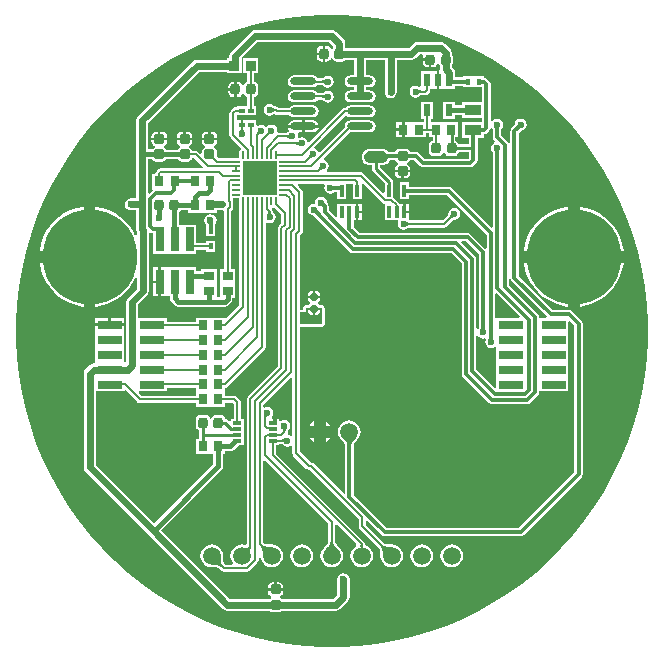
<source format=gtl>
G04*
G04 #@! TF.GenerationSoftware,Altium Limited,Altium Designer,20.1.8 (145)*
G04*
G04 Layer_Physical_Order=1*
G04 Layer_Color=255*
%FSTAX43Y43*%
%MOMM*%
G71*
G04*
G04 #@! TF.SameCoordinates,C49A0B41-0C8C-4AB0-A7A6-883BC44C46A5*
G04*
G04*
G04 #@! TF.FilePolarity,Positive*
G04*
G01*
G75*
%ADD11C,0.250*%
%ADD17C,0.200*%
%ADD40R,0.450X0.600*%
%ADD41R,0.800X0.900*%
G04:AMPARAMS|DCode=42|XSize=0.9mm|YSize=0.8mm|CornerRadius=0.2mm|HoleSize=0mm|Usage=FLASHONLY|Rotation=90.000|XOffset=0mm|YOffset=0mm|HoleType=Round|Shape=RoundedRectangle|*
%AMROUNDEDRECTD42*
21,1,0.900,0.400,0,0,90.0*
21,1,0.500,0.800,0,0,90.0*
1,1,0.400,0.200,0.250*
1,1,0.400,0.200,-0.250*
1,1,0.400,-0.200,-0.250*
1,1,0.400,-0.200,0.250*
%
%ADD42ROUNDEDRECTD42*%
%ADD43R,1.450X0.900*%
G04:AMPARAMS|DCode=44|XSize=0.6mm|YSize=0.6mm|CornerRadius=0.15mm|HoleSize=0mm|Usage=FLASHONLY|Rotation=0.000|XOffset=0mm|YOffset=0mm|HoleType=Round|Shape=RoundedRectangle|*
%AMROUNDEDRECTD44*
21,1,0.600,0.300,0,0,0.0*
21,1,0.300,0.600,0,0,0.0*
1,1,0.300,0.150,-0.150*
1,1,0.300,-0.150,-0.150*
1,1,0.300,-0.150,0.150*
1,1,0.300,0.150,0.150*
%
%ADD44ROUNDEDRECTD44*%
%ADD45R,0.350X1.000*%
G04:AMPARAMS|DCode=46|XSize=0.9mm|YSize=0.8mm|CornerRadius=0.2mm|HoleSize=0mm|Usage=FLASHONLY|Rotation=0.000|XOffset=0mm|YOffset=0mm|HoleType=Round|Shape=RoundedRectangle|*
%AMROUNDEDRECTD46*
21,1,0.900,0.400,0,0,0.0*
21,1,0.500,0.800,0,0,0.0*
1,1,0.400,0.250,-0.200*
1,1,0.400,-0.250,-0.200*
1,1,0.400,-0.250,0.200*
1,1,0.400,0.250,0.200*
%
%ADD46ROUNDEDRECTD46*%
%ADD47R,2.900X2.900*%
%ADD48O,0.200X0.700*%
%ADD49O,0.700X0.200*%
%ADD50R,0.900X0.800*%
%ADD51R,0.400X0.500*%
%ADD52R,0.760X2.050*%
%ADD53O,2.200X0.600*%
%ADD54R,0.500X0.350*%
%ADD55R,0.850X0.850*%
%ADD56R,2.100X0.760*%
%ADD57R,0.700X0.300*%
%ADD58R,0.600X1.100*%
%ADD59C,0.600*%
%ADD60C,0.300*%
%ADD61C,0.400*%
%ADD62C,1.500*%
%ADD63C,8.000*%
%ADD64C,0.600*%
%ADD65C,0.700*%
G36*
X0076249Y0079661D02*
X007774Y0079493D01*
X007922Y0079242D01*
X0080683Y0078908D01*
X0082125Y0078492D01*
X0083542Y0077996D01*
X0084928Y0077422D01*
X008628Y0076771D01*
X0087594Y0076045D01*
X0088865Y0075246D01*
X0090089Y0074378D01*
X0091262Y0073442D01*
X0092381Y0072442D01*
X0093442Y0071381D01*
X0094442Y0070262D01*
X0095378Y0069089D01*
X0096247Y0067865D01*
X0097045Y0066594D01*
X0097771Y006528D01*
X0098422Y0063928D01*
X0098996Y0062542D01*
X0099492Y0061125D01*
X0099908Y0059683D01*
X0100242Y005822D01*
X0100493Y005674D01*
X0100661Y0055249D01*
X0100745Y005375D01*
Y0053D01*
Y005225D01*
X0100661Y0050751D01*
X0100493Y004926D01*
X0100242Y004778D01*
X0099908Y0046317D01*
X0099492Y0044875D01*
X0098996Y0043458D01*
X0098422Y0042072D01*
X0097771Y004072D01*
X0097045Y0039406D01*
X0096247Y0038135D01*
X0095378Y0036911D01*
X0094442Y0035738D01*
X0093442Y0034619D01*
X0092381Y0033558D01*
X0091262Y0032558D01*
X0090089Y0031622D01*
X0088865Y0030753D01*
X0087594Y0029955D01*
X008628Y0029229D01*
X0084928Y0028578D01*
X0083542Y0028004D01*
X0082125Y0027508D01*
X0080683Y0027092D01*
X007922Y0026758D01*
X007774Y0026507D01*
X0076249Y0026339D01*
X007475Y0026255D01*
X007325D01*
X0071751Y0026339D01*
X007026Y0026507D01*
X006878Y0026758D01*
X0067317Y0027092D01*
X0065875Y0027508D01*
X0064458Y0028004D01*
X0063072Y0028578D01*
X006172Y0029229D01*
X0060406Y0029955D01*
X0059135Y0030753D01*
X0057911Y0031622D01*
X0056738Y0032558D01*
X0055619Y0033558D01*
X0054558Y0034619D01*
X0053558Y0035738D01*
X0052622Y0036911D01*
X0051753Y0038135D01*
X0050955Y0039406D01*
X0050229Y004072D01*
X0049578Y0042072D01*
X0049004Y0043458D01*
X0048508Y0044875D01*
X0048092Y0046317D01*
X0047758Y004778D01*
X0047507Y004926D01*
X0047339Y0050751D01*
X0047255Y005225D01*
Y0053D01*
Y005375D01*
X0047339Y0055249D01*
X0047507Y005674D01*
X0047758Y005822D01*
X0048092Y0059683D01*
X0048508Y0061125D01*
X0049004Y0062542D01*
X0049578Y0063928D01*
X0050229Y006528D01*
X0050955Y0066594D01*
X0051754Y0067865D01*
X0052622Y0069089D01*
X0053558Y0070262D01*
X0054558Y0071381D01*
X0055619Y0072442D01*
X0056738Y0073442D01*
X0057911Y0074378D01*
X0059135Y0075247D01*
X0060406Y0076045D01*
X006172Y0076771D01*
X0063072Y0077422D01*
X0064458Y0077996D01*
X0065875Y0078492D01*
X0067317Y0078908D01*
X006878Y0079242D01*
X007026Y0079493D01*
X0071751Y0079661D01*
X007325Y0079745D01*
X007475D01*
X0076249Y0079661D01*
D02*
G37*
%LPC*%
G36*
X0074Y007851D02*
X00675D01*
X0067305Y0078471D01*
X006714Y007836D01*
X006546Y007668D01*
X0065349Y0076515D01*
X006531Y007632D01*
Y00761D01*
X0065125D01*
Y0075985D01*
X0062575D01*
X006238Y0075946D01*
X0062215Y0075835D01*
X005759Y007121D01*
X0057479Y0071045D01*
X005744Y007085D01*
Y0067988D01*
Y006426D01*
X0057D01*
X0056805Y0064221D01*
X005664Y006411D01*
X0056529Y0063945D01*
X005649Y006375D01*
X0056529Y0063555D01*
X005664Y006339D01*
X0056805Y0063279D01*
X0057Y006324D01*
X005744D01*
Y0061631D01*
X0057479Y0061436D01*
X005749Y0061419D01*
Y0061139D01*
X0057363Y0061109D01*
X0057192Y0061457D01*
X0056882Y006192D01*
X0056514Y0062339D01*
X0056095Y0062707D01*
X0055632Y0063017D01*
X0055131Y0063264D01*
X0054603Y0063443D01*
X0054056Y0063552D01*
X0054Y0063555D01*
Y0059325D01*
Y0055095D01*
X0054056Y0055098D01*
X0054603Y0055207D01*
X0055131Y0055386D01*
X0055632Y0055633D01*
X0056095Y0055943D01*
X0056514Y0056311D01*
X0056882Y005673D01*
X0057192Y0057193D01*
X0057363Y0057541D01*
X005749Y0057511D01*
Y0056604D01*
X005674Y0055853D01*
X0056629Y0055688D01*
X005659Y0055493D01*
Y0050442D01*
X0056577Y0050431D01*
X0056512Y0050443D01*
X005645Y0050493D01*
Y0051598D01*
X005645Y0051615D01*
Y0051725D01*
X005645Y0051742D01*
Y0052868D01*
X005645Y0052885D01*
Y0052995D01*
X005645Y0053012D01*
Y0053475D01*
X00552D01*
X005395D01*
Y0053012D01*
X005395Y0052995D01*
Y0052885D01*
X005395Y0052868D01*
Y0051742D01*
X005395Y0051725D01*
Y0051615D01*
X005395Y0051598D01*
Y0050472D01*
X005395Y0050455D01*
Y0050345D01*
X0053865Y0050275D01*
X005367Y0050236D01*
X0053505Y0050125D01*
X0053153Y0049774D01*
X0053043Y0049609D01*
X0053004Y0049414D01*
Y0041486D01*
X0053043Y0041291D01*
X0053153Y0041126D01*
X0058557Y0035722D01*
X006479Y002949D01*
X0064955Y0029379D01*
X006515Y002934D01*
X0068744D01*
X0068844Y0029273D01*
X0069Y0029242D01*
X00695D01*
X0069656Y0029273D01*
X0069756Y002934D01*
X0071057D01*
X0071063Y0029342D01*
X0074351D01*
X0074546Y002938D01*
X0074712Y0029491D01*
X007536Y003014D01*
X0075471Y0030305D01*
X007551Y00305D01*
Y0032D01*
X0075471Y0032195D01*
X007536Y003236D01*
X0075195Y0032471D01*
X0075Y003251D01*
X0074805Y0032471D01*
X007464Y003236D01*
X0074529Y0032195D01*
X007449Y0032D01*
Y0030711D01*
X007414Y0030361D01*
X0071058D01*
X0071052Y003036D01*
X0069756D01*
X0069656Y0030427D01*
X0069614Y0030435D01*
Y0030565D01*
X0069656Y0030573D01*
X0069788Y0030662D01*
X0069877Y0030794D01*
X0069908Y003095D01*
Y003105D01*
X0068592D01*
Y003095D01*
X0068623Y0030794D01*
X0068712Y0030662D01*
X0068844Y0030573D01*
X0068886Y0030565D01*
Y0030435D01*
X0068844Y0030427D01*
X0068744Y003036D01*
X0065361D01*
X0059566Y0036155D01*
X0064688Y0041277D01*
X0064688Y0041277D01*
X0064777Y0041409D01*
X0064808Y0041565D01*
Y00426D01*
X0065D01*
Y0042842D01*
X00654D01*
X00654Y0042842D01*
X0065556Y0042873D01*
X0065688Y0042962D01*
X0066127Y00434D01*
X006655D01*
Y00444D01*
Y00456D01*
X0066306D01*
Y0047D01*
X0066306Y0047D01*
X0066283Y0047117D01*
X0066216Y0047216D01*
X0065966Y0047466D01*
X0065867Y0047533D01*
X006575Y0047556D01*
X006575Y0047556D01*
X0065D01*
Y00479D01*
X0065D01*
Y0048206D01*
X0065057Y0048217D01*
X0065156Y0048284D01*
X0068316Y0051444D01*
X0068316Y0051444D01*
X0068383Y0051543D01*
X0068406Y005166D01*
X0068406Y005166D01*
Y0062169D01*
X0068518Y0062229D01*
X0068555Y0062204D01*
X006875Y0062165D01*
X0068945Y0062204D01*
X006911Y0062315D01*
X0069221Y006248D01*
X006926Y0062675D01*
X0069221Y006287D01*
X006911Y0063035D01*
X0069056Y0063072D01*
Y0063075D01*
X0069056Y0063075D01*
X0069033Y0063192D01*
X0068966Y0063291D01*
X0068936Y0063322D01*
X0068978Y006346D01*
X0069017Y0063467D01*
X00691Y0063523D01*
X0069101Y0063522D01*
X0069744Y0062879D01*
Y0062153D01*
X0069534Y0061943D01*
X0069467Y0061844D01*
X0069444Y0061726D01*
X0069444Y0061726D01*
Y0050028D01*
X0066884Y0047468D01*
X0066817Y0047369D01*
X0066794Y0047251D01*
X0066794Y0047251D01*
Y0035003D01*
X0066791Y0034993D01*
X0066785Y0034982D01*
X0066747Y0034943D01*
X0066667Y0034909D01*
X0066628Y0034926D01*
X006638Y0034958D01*
X0066132Y0034926D01*
X0065901Y003483D01*
X0065702Y0034678D01*
X006555Y0034479D01*
X0065454Y0034248D01*
X0065422Y0034D01*
X0065454Y0033752D01*
X006555Y0033521D01*
X0065656Y0033383D01*
X0065593Y0033256D01*
X0065017D01*
X006489Y0033383D01*
X0064888Y0033385D01*
X0064874Y0033408D01*
X0064858Y0033443D01*
X0064842Y0033489D01*
X0064828Y0033547D01*
X0064815Y0033615D01*
X0064805Y0033692D01*
X0064794Y0033884D01*
X0064794Y0033968D01*
X0064798Y0034D01*
X0064766Y0034248D01*
X006467Y0034479D01*
X0064518Y0034678D01*
X0064319Y003483D01*
X0064088Y0034926D01*
X006384Y0034958D01*
X0063592Y0034926D01*
X0063361Y003483D01*
X0063162Y0034678D01*
X006301Y0034479D01*
X0062914Y0034248D01*
X0062882Y0034D01*
X0062914Y0033752D01*
X006301Y0033521D01*
X0063162Y0033322D01*
X0063361Y003317D01*
X0063592Y0033074D01*
X006384Y0033042D01*
X0063872Y0033046D01*
X0063956Y0033046D01*
X0064148Y0033035D01*
X0064225Y0033025D01*
X0064293Y0033012D01*
X0064351Y0032998D01*
X0064397Y0032982D01*
X0064432Y0032966D01*
X0064455Y0032952D01*
X0064457Y003295D01*
X0064674Y0032734D01*
X0064773Y0032667D01*
X006489Y0032644D01*
X0066815D01*
X0066815Y0032644D01*
X0066932Y0032667D01*
X0067031Y0032734D01*
X0067716Y0033419D01*
X0067716Y0033419D01*
X0067783Y0033518D01*
X0067806Y0033635D01*
X0067806Y0033635D01*
Y0034294D01*
X0067933Y0034347D01*
X0067952Y0034329D01*
X0067955Y0034308D01*
X0067966Y0034116D01*
X0067966Y0034032D01*
X0067962Y0034D01*
X0067994Y0033752D01*
X006809Y0033521D01*
X0068242Y0033322D01*
X0068441Y003317D01*
X0068672Y0033074D01*
X006892Y0033042D01*
X0069168Y0033074D01*
X0069399Y003317D01*
X0069598Y0033322D01*
X006975Y0033521D01*
X0069846Y0033752D01*
X0069878Y0034D01*
X0069846Y0034248D01*
X006975Y0034479D01*
X0069598Y0034678D01*
X0069399Y003483D01*
X0069168Y0034926D01*
X006892Y0034958D01*
X0068888Y0034954D01*
X0068804Y0034954D01*
X0068612Y0034965D01*
X0068535Y0034975D01*
X0068467Y0034988D01*
X0068409Y0035002D01*
X0068363Y0035018D01*
X0068328Y0035034D01*
X0068305Y0035048D01*
X0068303Y003505D01*
X0068206Y0035147D01*
Y0042044D01*
X0068323Y0042093D01*
X0073694Y0036722D01*
Y0035179D01*
X0073694Y0035176D01*
X0073688Y0035149D01*
X0073674Y0035114D01*
X0073653Y003507D01*
X0073622Y0035019D01*
X0073583Y0034962D01*
X0073535Y00349D01*
X0073407Y0034757D01*
X0073348Y0034697D01*
X0073322Y0034678D01*
X007317Y0034479D01*
X0073074Y0034248D01*
X0073042Y0034D01*
X0073074Y0033752D01*
X007317Y0033521D01*
X0073322Y0033322D01*
X0073521Y003317D01*
X0073752Y0033074D01*
X0074Y0033042D01*
X0074248Y0033074D01*
X0074479Y003317D01*
X0074678Y0033322D01*
X007483Y0033521D01*
X0074926Y0033752D01*
X0074958Y0034D01*
X0074926Y0034248D01*
X007483Y0034479D01*
X0074678Y0034678D01*
X0074652Y0034697D01*
X0074593Y0034757D01*
X0074465Y00349D01*
X0074417Y0034962D01*
X0074378Y0035019D01*
X0074347Y003507D01*
X0074326Y0035114D01*
X0074312Y0035149D01*
X0074306Y0035176D01*
X0074306Y0035179D01*
Y0036596D01*
X0074423Y0036644D01*
X0076094Y0034973D01*
X007608Y0034846D01*
X0076059Y0034829D01*
X0075862Y0034678D01*
X007571Y0034479D01*
X0075614Y0034248D01*
X0075582Y0034D01*
X0075614Y0033752D01*
X007571Y0033521D01*
X0075862Y0033322D01*
X0076061Y003317D01*
X0076292Y0033074D01*
X007654Y0033042D01*
X0076788Y0033074D01*
X0077019Y003317D01*
X0077218Y0033322D01*
X007737Y0033521D01*
X0077466Y0033752D01*
X0077498Y0034D01*
X0077466Y0034248D01*
X007737Y0034479D01*
X0077218Y0034678D01*
X0077019Y003483D01*
X0076874Y003489D01*
X0076864Y0034897D01*
X0076852Y0034902D01*
X007685Y0034908D01*
X0076847Y003492D01*
X0076846Y003493D01*
Y003496D01*
X0076846Y003496D01*
X0076823Y0035077D01*
X0076756Y0035176D01*
X0076756Y0035176D01*
X0074716Y0037216D01*
X0074716Y0037216D01*
X0069306Y0042627D01*
Y00434D01*
X006955D01*
Y0043445D01*
X0069801D01*
X006981Y0043443D01*
X0069819Y004344D01*
X0069828Y0043436D01*
X0069838Y0043432D01*
X0069848Y0043426D01*
X0069858Y0043418D01*
X0069866Y0043412D01*
X0069881Y004339D01*
X0070046Y004328D01*
X0070241Y0043241D01*
X0070436Y004328D01*
X007054Y0043349D01*
X0070667Y0043281D01*
Y0042702D01*
X0070667Y0042702D01*
X007069Y0042585D01*
X0070756Y0042485D01*
X0071858Y0041384D01*
X0071858Y0041384D01*
X0071957Y0041317D01*
X0072074Y0041294D01*
X0072122D01*
X0076294Y0037122D01*
Y003648D01*
X0076294Y003648D01*
X0076317Y0036363D01*
X0076384Y0036264D01*
X007803Y0034617D01*
X0078032Y0034615D01*
X0078046Y0034592D01*
X0078062Y0034557D01*
X0078078Y0034511D01*
X0078092Y0034453D01*
X0078105Y0034385D01*
X0078115Y0034308D01*
X0078126Y0034116D01*
X0078126Y0034032D01*
X0078122Y0034D01*
X0078154Y0033752D01*
X007825Y0033521D01*
X0078402Y0033322D01*
X0078601Y003317D01*
X0078832Y0033074D01*
X007908Y0033042D01*
X0079328Y0033074D01*
X0079559Y003317D01*
X0079758Y0033322D01*
X007991Y0033521D01*
X0080006Y0033752D01*
X0080038Y0034D01*
X0080006Y0034248D01*
X007991Y0034479D01*
X0079758Y0034678D01*
X0079559Y003483D01*
X0079328Y0034926D01*
X007908Y0034958D01*
X0079048Y0034954D01*
X0078964Y0034954D01*
X0078772Y0034965D01*
X0078695Y0034975D01*
X0078627Y0034988D01*
X0078569Y0035002D01*
X0078523Y0035018D01*
X0078488Y0035034D01*
X0078465Y0035048D01*
X0078463Y003505D01*
X0076906Y0036607D01*
Y0036924D01*
X0077023Y0036972D01*
X0078248Y0035748D01*
X0078363Y003567D01*
X00785Y0035643D01*
X009D01*
X0090137Y003567D01*
X0090252Y0035748D01*
X0095152Y0040648D01*
X009523Y0040763D01*
X0095257Y00409D01*
Y0053643D01*
X009523Y005378D01*
X0095152Y0053895D01*
X0094348Y00547D01*
X0094232Y0054777D01*
X0094095Y0054805D01*
X00927D01*
X008983Y0057675D01*
Y0069774D01*
X0090027Y0069972D01*
X0090048Y0069989D01*
X0090057Y0069995D01*
X0090065Y0069999D01*
X0090067Y0070001D01*
X0090068Y0070001D01*
X0090074Y0070003D01*
X0090076Y0070004D01*
X0090077Y0070004D01*
X0090083Y0070007D01*
X0090195Y0070029D01*
X009036Y007014D01*
X0090471Y0070305D01*
X009051Y00705D01*
X0090471Y0070695D01*
X009036Y007086D01*
X0090195Y0070971D01*
X009Y007101D01*
X0089805Y0070971D01*
X008964Y007086D01*
X0089529Y0070695D01*
X008949Y00705D01*
X0089499Y0070458D01*
X0089497Y0070455D01*
X0089492Y0070448D01*
X0089482Y0070436D01*
X008922Y0070174D01*
X0089143Y0070058D01*
X0089116Y0069922D01*
Y0068872D01*
X0088989Y006886D01*
X008898Y0068906D01*
X0088902Y0069022D01*
X0088359Y0069565D01*
Y0070119D01*
X008836Y0070125D01*
X0088362Y0070139D01*
X0088363Y0070144D01*
X0088471Y0070305D01*
X008851Y00705D01*
X0088471Y0070695D01*
X008836Y007086D01*
X0088195Y0070971D01*
X0088Y007101D01*
X0087805Y0070971D01*
X008764Y007086D01*
X0087584Y0070777D01*
X0087457Y0070816D01*
Y0073949D01*
X008743Y0074086D01*
X0087352Y0074202D01*
X0087177Y0074377D01*
X0087061Y0074455D01*
X0086925Y0074482D01*
Y007465D01*
X0086075D01*
Y007465D01*
X0085975D01*
Y007465D01*
X0085125D01*
Y0074507D01*
X008446D01*
Y0074907D01*
X008445Y0074956D01*
Y007505D01*
X0084431D01*
X0084421Y0075102D01*
X008431Y0075268D01*
X008416Y0075418D01*
Y0075494D01*
X0084227Y0075594D01*
X0084258Y007575D01*
Y007625D01*
X0084227Y0076406D01*
X008416Y0076506D01*
Y00766D01*
X0084121Y0076795D01*
X008401Y007696D01*
X008361Y007736D01*
X0083445Y0077471D01*
X008325Y007751D01*
X008125D01*
X0081055Y0077471D01*
X008089Y007736D01*
X0080539Y007701D01*
X007516D01*
Y007735D01*
X0075121Y0077545D01*
X007501Y007771D01*
X007436Y007836D01*
X0074195Y0078471D01*
X0074Y007851D01*
D02*
G37*
G36*
X0095Y0063555D02*
Y0059825D01*
X009873D01*
X0098727Y0059881D01*
X0098618Y0060428D01*
X0098439Y0060956D01*
X0098192Y0061457D01*
X0097882Y006192D01*
X0097514Y0062339D01*
X0097095Y0062707D01*
X0096632Y0063017D01*
X0096131Y0063264D01*
X0095603Y0063443D01*
X0095056Y0063552D01*
X0095Y0063555D01*
D02*
G37*
G36*
X0094D02*
X0093944Y0063552D01*
X0093397Y0063443D01*
X0092869Y0063264D01*
X0092368Y0063017D01*
X0091905Y0062707D01*
X0091486Y0062339D01*
X0091118Y006192D01*
X0090808Y0061457D01*
X0090561Y0060956D01*
X0090382Y0060428D01*
X0090273Y0059881D01*
X009027Y0059825D01*
X0094D01*
Y0063555D01*
D02*
G37*
G36*
X0053D02*
X0052944Y0063552D01*
X0052397Y0063443D01*
X0051869Y0063264D01*
X0051368Y0063017D01*
X0050905Y0062707D01*
X0050486Y0062339D01*
X0050118Y006192D01*
X0049808Y0061457D01*
X0049561Y0060956D01*
X0049382Y0060428D01*
X0049273Y0059881D01*
X004927Y0059825D01*
X0053D01*
Y0063555D01*
D02*
G37*
G36*
X009873Y0058825D02*
X0095D01*
Y0055095D01*
X0095056Y0055098D01*
X0095603Y0055207D01*
X0096131Y0055386D01*
X0096632Y0055633D01*
X0097095Y0055943D01*
X0097514Y0056311D01*
X0097882Y005673D01*
X0098192Y0057193D01*
X0098439Y0057694D01*
X0098618Y0058222D01*
X0098727Y0058769D01*
X009873Y0058825D01*
D02*
G37*
G36*
X0094D02*
X009027D01*
X0090273Y0058769D01*
X0090382Y0058222D01*
X0090561Y0057694D01*
X0090808Y0057193D01*
X0091118Y005673D01*
X0091486Y0056311D01*
X0091905Y0055943D01*
X0092368Y0055633D01*
X0092869Y0055386D01*
X0093397Y0055207D01*
X0093944Y0055098D01*
X0094Y0055095D01*
Y0058825D01*
D02*
G37*
G36*
X0053D02*
X004927D01*
X0049273Y0058769D01*
X0049382Y0058222D01*
X0049561Y0057694D01*
X0049808Y0057193D01*
X0050118Y005673D01*
X0050486Y0056311D01*
X0050905Y0055943D01*
X0051368Y0055633D01*
X0051869Y0055386D01*
X0052397Y0055207D01*
X0052944Y0055098D01*
X0053Y0055095D01*
Y0058825D01*
D02*
G37*
G36*
X005645Y0054155D02*
X00553D01*
Y0053675D01*
X005645D01*
Y0054155D01*
D02*
G37*
G36*
X00551D02*
X005395D01*
Y0053675D01*
X00551D01*
Y0054155D01*
D02*
G37*
G36*
X008416Y0034958D02*
X0083912Y0034926D01*
X0083681Y003483D01*
X0083482Y0034678D01*
X008333Y0034479D01*
X0083234Y0034248D01*
X0083202Y0034D01*
X0083234Y0033752D01*
X008333Y0033521D01*
X0083482Y0033322D01*
X0083681Y003317D01*
X0083912Y0033074D01*
X008416Y0033042D01*
X0084408Y0033074D01*
X0084639Y003317D01*
X0084838Y0033322D01*
X008499Y0033521D01*
X0085086Y0033752D01*
X0085118Y0034D01*
X0085086Y0034248D01*
X008499Y0034479D01*
X0084838Y0034678D01*
X0084639Y003483D01*
X0084408Y0034926D01*
X008416Y0034958D01*
D02*
G37*
G36*
X008162D02*
X0081372Y0034926D01*
X0081141Y003483D01*
X0080942Y0034678D01*
X008079Y0034479D01*
X0080694Y0034248D01*
X0080662Y0034D01*
X0080694Y0033752D01*
X008079Y0033521D01*
X0080942Y0033322D01*
X0081141Y003317D01*
X0081372Y0033074D01*
X008162Y0033042D01*
X0081868Y0033074D01*
X0082099Y003317D01*
X0082298Y0033322D01*
X008245Y0033521D01*
X0082546Y0033752D01*
X0082578Y0034D01*
X0082546Y0034248D01*
X008245Y0034479D01*
X0082298Y0034678D01*
X0082099Y003483D01*
X0081868Y0034926D01*
X008162Y0034958D01*
D02*
G37*
G36*
X007146D02*
X0071212Y0034926D01*
X0070981Y003483D01*
X0070782Y0034678D01*
X007063Y0034479D01*
X0070534Y0034248D01*
X0070502Y0034D01*
X0070534Y0033752D01*
X007063Y0033521D01*
X0070782Y0033322D01*
X0070981Y003317D01*
X0071212Y0033074D01*
X007146Y0033042D01*
X0071708Y0033074D01*
X0071939Y003317D01*
X0072138Y0033322D01*
X007229Y0033521D01*
X0072386Y0033752D01*
X0072418Y0034D01*
X0072386Y0034248D01*
X007229Y0034479D01*
X0072138Y0034678D01*
X0071939Y003483D01*
X0071708Y0034926D01*
X007146Y0034958D01*
D02*
G37*
G36*
X00695Y0031758D02*
X006935D01*
Y003125D01*
X0069908D01*
Y003135D01*
X0069877Y0031506D01*
X0069788Y0031638D01*
X0069656Y0031727D01*
X00695Y0031758D01*
D02*
G37*
G36*
X006915D02*
X0069D01*
X0068844Y0031727D01*
X0068712Y0031638D01*
X0068623Y0031506D01*
X0068592Y003135D01*
Y003125D01*
X006915D01*
Y0031758D01*
D02*
G37*
%LPD*%
G36*
X007414Y0077139D02*
Y0077006D01*
X0074073Y0076906D01*
X0074065Y0076864D01*
X0073935D01*
X0073927Y0076906D01*
X0073838Y0077038D01*
X0073706Y0077127D01*
X007355Y0077158D01*
X007345D01*
Y00765D01*
Y0075842D01*
X007355D01*
X0073706Y0075873D01*
X0073838Y0075962D01*
X0073927Y0076094D01*
X0073935Y0076136D01*
X0074065D01*
X0074073Y0076094D01*
X0074162Y0075962D01*
X0074294Y0075873D01*
X007445Y0075842D01*
X007485D01*
X0075006Y0075873D01*
X0075138Y0075962D01*
X0075157Y007599D01*
X007589D01*
Y0074665D01*
X00756D01*
X0075405Y0074626D01*
X007524Y0074515D01*
X0075129Y007435D01*
X007509Y0074155D01*
X0075129Y007396D01*
X007524Y0073795D01*
X0075405Y0073684D01*
X00756Y0073645D01*
X007589D01*
Y0073395D01*
X00756D01*
X0075405Y0073356D01*
X007524Y0073245D01*
X0075129Y007308D01*
X007509Y0072885D01*
X0075129Y007269D01*
X007524Y0072525D01*
X0075405Y0072414D01*
X00756Y0072375D01*
X00772D01*
X0077395Y0072414D01*
X007756Y0072525D01*
X0077671Y007269D01*
X007771Y0072885D01*
X0077671Y007308D01*
X007756Y0073245D01*
X0077395Y0073356D01*
X00772Y0073395D01*
X007691D01*
Y0073645D01*
X00772D01*
X0077395Y0073684D01*
X007756Y0073795D01*
X0077671Y007396D01*
X007771Y0074155D01*
X0077671Y007435D01*
X007756Y0074515D01*
X0077395Y0074626D01*
X00772Y0074665D01*
X007691D01*
Y007599D01*
X007849D01*
Y007325D01*
X0078529Y0073055D01*
X007864Y007289D01*
X0078805Y0072779D01*
X0079Y007274D01*
X0079195Y0072779D01*
X007936Y007289D01*
X0079471Y0073055D01*
X007951Y007325D01*
Y007599D01*
X008075D01*
X0080945Y0076029D01*
X008111Y007614D01*
X0081461Y007649D01*
X0081688D01*
X0081765Y0076363D01*
X0081742Y007625D01*
Y00761D01*
X008235D01*
Y0076D01*
X008245D01*
Y0075342D01*
X008255D01*
X0082706Y0075373D01*
X0082838Y0075462D01*
X0082927Y0075594D01*
X0082935Y0075636D01*
X0083065D01*
X0083073Y0075594D01*
X008314Y0075494D01*
Y0075207D01*
X0083152Y0075148D01*
X00831Y0075085D01*
Y00743D01*
Y007355D01*
X008445D01*
Y0073793D01*
X0085125D01*
Y007365D01*
X0085975D01*
Y007365D01*
X0086075D01*
Y007365D01*
X0086743D01*
Y00724D01*
X0085075D01*
Y0072133D01*
X008445D01*
Y007245D01*
X008345D01*
Y007095D01*
X008445D01*
Y0071317D01*
X0085075D01*
Y00711D01*
X0086743D01*
Y00707D01*
X0085075D01*
Y00694D01*
X0085643D01*
Y0068831D01*
X0084742D01*
X0084727Y0068906D01*
X0084638Y0069038D01*
X0084506Y0069127D01*
X0084481Y0069132D01*
Y0069435D01*
X0084727D01*
Y0070735D01*
X0083554D01*
X0083527Y0070735D01*
X0083427D01*
X00834Y0070735D01*
X0082408D01*
Y007095D01*
X008255D01*
Y007245D01*
X008155D01*
Y007095D01*
X0081796D01*
Y0070735D01*
X0080804D01*
X0080777Y0070735D01*
X0080677D01*
X008065Y0070735D01*
X0080177D01*
Y0070085D01*
Y0069435D01*
X008065D01*
X0080677Y0069435D01*
X0080777D01*
X0080804Y0069435D01*
X0081977D01*
Y0069779D01*
X0082227D01*
Y0069435D01*
X0082544D01*
Y0069137D01*
X0082494Y0069127D01*
X0082362Y0069038D01*
X0082273Y0068906D01*
X0082242Y006875D01*
Y006825D01*
X0082273Y0068094D01*
X0082362Y0067962D01*
X0082494Y0067873D01*
X008265Y0067842D01*
X008305D01*
X0083206Y0067873D01*
X0083338Y0067962D01*
X0083427Y0068094D01*
X0083435Y0068136D01*
X0083565D01*
X0083573Y0068094D01*
X0083662Y0067962D01*
X0083794Y0067873D01*
X008395Y0067842D01*
X008435D01*
X0084506Y0067873D01*
X0084638Y0067962D01*
X0084727Y0068094D01*
X0084742Y0068169D01*
X0085643D01*
Y0067648D01*
X0085602Y0067607D01*
X0081898D01*
X0081402Y0068102D01*
X0081287Y006818D01*
X008115Y0068207D01*
X0080626D01*
X0080538Y0068338D01*
X0080406Y0068427D01*
X008025Y0068458D01*
X007975D01*
X0079594Y0068427D01*
X0079462Y0068338D01*
X0079373Y0068206D01*
X0079368Y0068182D01*
X0078814D01*
X0078677Y0068318D01*
X0078611Y0068362D01*
X0078427Y0068438D01*
X0078349Y0068454D01*
X0077151D01*
X0077073Y0068438D01*
X0076889Y0068362D01*
X0076823Y0068318D01*
X0076682Y0068177D01*
X0076638Y0068111D01*
X0076562Y0067927D01*
X0076546Y0067849D01*
Y0067651D01*
X0076562Y0067573D01*
X0076638Y0067389D01*
X0076682Y0067323D01*
X0076823Y0067182D01*
X0076889Y0067138D01*
X0077073Y0067062D01*
X0077151Y0067046D01*
X0077419D01*
Y006675D01*
X0077444Y0066623D01*
X0077516Y0066516D01*
X0078475Y0065556D01*
Y0064774D01*
X0078358Y0064726D01*
X0076692Y0066391D01*
X0076593Y0066458D01*
X0076476Y0066481D01*
X0076476Y0066481D01*
X0073602D01*
X0073563Y0066608D01*
X007361Y006664D01*
X0073721Y0066805D01*
X007376Y0067D01*
X0073721Y0067195D01*
X007361Y006736D01*
X0073445Y0067471D01*
X0073356Y0067489D01*
X0073314Y0067627D01*
X0075536Y0069848D01*
X00756Y0069835D01*
X00772D01*
X0077395Y0069874D01*
X007756Y0069985D01*
X0077671Y007015D01*
X007771Y0070345D01*
X0077671Y007054D01*
X007756Y0070705D01*
X0077395Y0070816D01*
X00772Y0070855D01*
X00756D01*
X0075405Y0070816D01*
X007524Y0070705D01*
X0075129Y007054D01*
X007509Y0070345D01*
X0075103Y0070281D01*
X0072995Y0068173D01*
X0072858Y0068215D01*
X007276Y006836D01*
X0072595Y0068471D01*
X0072567Y0068476D01*
X0072531Y0068598D01*
X0075192Y0071259D01*
X007524Y0071255D01*
X0075405Y0071144D01*
X00756Y0071105D01*
X00772D01*
X0077395Y0071144D01*
X007756Y0071255D01*
X0077671Y007142D01*
X007771Y0071615D01*
X0077671Y007181D01*
X007756Y0071975D01*
X0077395Y0072086D01*
X00772Y0072125D01*
X00756D01*
X0075405Y0072086D01*
X007524Y0071975D01*
X0075203Y0071921D01*
X0075115D01*
X0074998Y0071898D01*
X0074899Y0071831D01*
X0072083Y0069016D01*
X0071962Y0069053D01*
X007195Y0069109D01*
X007184Y0069274D01*
X0071674Y0069385D01*
X0071479Y0069424D01*
X0071284Y0069385D01*
X007127Y0069375D01*
X0071155Y0069451D01*
X0071172Y0069535D01*
X0071137Y0069708D01*
X0071204Y0069835D01*
X00715D01*
Y0070245D01*
X007031D01*
X0070329Y007015D01*
X0070438Y0069987D01*
X0070301Y0069895D01*
X0070274Y0069854D01*
X0070269Y006985D01*
X0070255Y0069833D01*
X0070247Y0069826D01*
X007024Y006982D01*
X0070234Y0069815D01*
X0070228Y0069812D01*
X0070223Y0069809D01*
X0070216Y0069807D01*
X007021Y0069806D01*
X0069501D01*
X0069429Y0069867D01*
X0069394Y0069921D01*
X006941Y007D01*
X0069371Y0070195D01*
X006926Y007036D01*
X0069095Y0070471D01*
X00689Y007051D01*
X0068705Y0070471D01*
X006854Y007036D01*
X0068513Y0070322D01*
X0068386D01*
X006836Y007036D01*
X0068195Y0070471D01*
X0068Y007051D01*
X0067805Y0070471D01*
X0067727Y0070419D01*
X00676Y0070487D01*
Y007085D01*
X00665D01*
Y0070475D01*
X00663D01*
Y007085D01*
X0065956D01*
Y00713D01*
X00676D01*
Y007205D01*
X0067456D01*
Y0072838D01*
X0067506Y0072848D01*
X0067638Y0072937D01*
X0067727Y0073069D01*
X0067758Y0073225D01*
Y0073725D01*
X0067727Y0073881D01*
X0067638Y0074013D01*
X0067506Y0074102D01*
X0067456Y0074112D01*
Y007485D01*
X0067775D01*
Y00761D01*
X0066525D01*
Y007485D01*
X0066844D01*
Y0074112D01*
X0066794Y0074102D01*
X0066662Y0074013D01*
X0066573Y0073881D01*
X0066565Y0073839D01*
X0066435D01*
X0066427Y0073881D01*
X0066338Y0074013D01*
X0066206Y0074102D01*
X006605Y0074133D01*
X006595D01*
Y0073475D01*
Y0072817D01*
X006605D01*
X0066206Y0072848D01*
X0066338Y0072937D01*
X0066427Y0073069D01*
X0066435Y0073111D01*
X0066565D01*
X0066573Y0073069D01*
X0066662Y0072937D01*
X0066794Y0072848D01*
X0066844Y0072838D01*
Y007205D01*
X006595D01*
Y0071981D01*
X006585D01*
X0065733Y0071958D01*
X0065634Y0071891D01*
X0065434Y0071691D01*
X0065367Y0071592D01*
X0065344Y0071475D01*
X0065344Y0071475D01*
Y0069616D01*
X0065344Y0069616D01*
X0065367Y0069499D01*
X0065434Y0069399D01*
X0066296Y0068537D01*
X0066284Y0068416D01*
X0066217Y0068317D01*
X0066194Y00682D01*
Y0067804D01*
X0066178Y0067697D01*
X0066071Y0067681D01*
X0064427D01*
X0064308Y00678D01*
Y0068175D01*
X0064277Y0068331D01*
X0064188Y0068463D01*
X0064056Y0068552D01*
X0064014Y006856D01*
Y006869D01*
X0064056Y0068698D01*
X0064188Y0068787D01*
X0064277Y0068919D01*
X0064308Y0069075D01*
Y0069175D01*
X0062992D01*
Y0069075D01*
X0063023Y0068919D01*
X0063112Y0068787D01*
X0063244Y0068698D01*
X0063286Y006869D01*
Y006856D01*
X0063244Y0068552D01*
X0063112Y0068463D01*
X0063023Y0068331D01*
X0062992Y0068175D01*
Y0068074D01*
X0062875Y0068026D01*
X0062709Y0068191D01*
X006261Y0068258D01*
X0062493Y0068281D01*
X0062493Y0068281D01*
X0062187D01*
X0062177Y0068331D01*
X0062088Y0068463D01*
X0061956Y0068552D01*
X0061914Y006856D01*
Y006869D01*
X0061956Y0068698D01*
X0062088Y0068787D01*
X0062177Y0068919D01*
X0062208Y0069075D01*
Y0069175D01*
X0060892D01*
Y0069075D01*
X0060923Y0068919D01*
X0061012Y0068787D01*
X0061144Y0068698D01*
X0061186Y006869D01*
Y006856D01*
X0061144Y0068552D01*
X0061012Y0068463D01*
X0060958Y0068383D01*
X0059992D01*
X0059938Y0068463D01*
X0059806Y0068552D01*
X0059764Y006856D01*
Y006869D01*
X0059806Y0068698D01*
X0059938Y0068787D01*
X0060027Y0068919D01*
X0060058Y0069075D01*
Y0069175D01*
X0058742D01*
Y0069075D01*
X0058773Y0068919D01*
X0058862Y0068787D01*
X0058994Y0068698D01*
X0059036Y006869D01*
Y006856D01*
X0058994Y0068552D01*
X0058862Y0068463D01*
X0058816Y0068395D01*
X005846D01*
Y0070639D01*
X0062786Y0074965D01*
X0065125D01*
Y007485D01*
X0066375D01*
Y00761D01*
X0066427Y0076206D01*
X0067711Y007749D01*
X0073789D01*
X007414Y0077139D01*
D02*
G37*
G36*
X0090033Y0070202D02*
X0090017Y0070199D01*
X0090001Y0070194D01*
X0089983Y0070187D01*
X0089965Y0070177D01*
X0089946Y0070166D01*
X0089926Y0070152D01*
X0089883Y0070118D01*
X0089861Y0070097D01*
X0089838Y0070075D01*
X0089596Y0070257D01*
X0089618Y0070281D01*
X0089655Y0070325D01*
X008967Y0070346D01*
X0089681Y0070367D01*
X0089691Y0070387D01*
X0089698Y0070407D01*
X0089702Y0070425D01*
X0089703Y0070444D01*
X0089703Y0070461D01*
X0090033Y0070202D01*
D02*
G37*
G36*
X00882Y0070275D02*
X008819Y007026D01*
X0088182Y0070242D01*
X0088174Y0070223D01*
X0088167Y0070201D01*
X0088162Y0070178D01*
X0088158Y0070152D01*
X0088155Y0070124D01*
X0088152Y0070062D01*
X0087852Y0070059D01*
X0087852Y0070091D01*
X0087847Y0070149D01*
X0087843Y0070175D01*
X0087837Y0070198D01*
X0087831Y007022D01*
X0087823Y0070239D01*
X0087814Y0070256D01*
X0087803Y0070271D01*
X0087792Y0070284D01*
X0088212Y0070287D01*
X00882Y0070275D01*
D02*
G37*
G36*
X0066501Y007016D02*
X0066504Y0070133D01*
X006651Y0070106D01*
X0066518Y007008D01*
X0066527Y0070055D01*
X006654Y0070031D01*
X0066554Y0070007D01*
X006657Y0069984D01*
X0066589Y0069961D01*
X006661Y0069939D01*
X006619D01*
X0066211Y0069961D01*
X006623Y0069984D01*
X0066246Y0070007D01*
X006626Y0070031D01*
X0066272Y0070055D01*
X0066282Y007008D01*
X006629Y0070106D01*
X0066296Y0070133D01*
X0066299Y007016D01*
X00663Y0070188D01*
X00665D01*
X0066501Y007016D01*
D02*
G37*
G36*
X0067954Y0069704D02*
X0067938Y0069705D01*
X0067922Y0069703D01*
X0067906Y00697D01*
X0067889Y0069694D01*
X0067871Y0069685D01*
X0067852Y0069674D01*
X0067833Y0069661D01*
X0067813Y0069646D01*
X0067792Y0069627D01*
X0067771Y0069607D01*
X0067629Y0069748D01*
X0067648Y0069768D01*
X0067665Y0069788D01*
X0067679Y0069806D01*
X006769Y0069825D01*
X00677Y0069842D01*
X0067707Y0069859D01*
X0067711Y0069876D01*
X0067713Y0069892D01*
X0067713Y0069908D01*
X006771Y0069923D01*
X0067954Y0069704D01*
D02*
G37*
G36*
X0068897Y00697D02*
X0068867Y0069699D01*
X0068838Y0069697D01*
X0068809Y0069692D01*
X0068783Y0069685D01*
X0068757Y0069676D01*
X0068732Y0069665D01*
X0068708Y0069653D01*
X0068685Y0069638D01*
X0068664Y0069621D01*
X0068643Y0069602D01*
X0068502Y0069743D01*
X0068521Y0069764D01*
X0068538Y0069785D01*
X0068553Y0069808D01*
X0068565Y0069832D01*
X0068576Y0069857D01*
X0068585Y0069882D01*
X0068592Y0069909D01*
X0068597Y0069938D01*
X0068599Y0069967D01*
X00686Y0069997D01*
X0068897Y00697D01*
D02*
G37*
G36*
X0070473Y0069301D02*
X0070449Y006932D01*
X0070424Y0069337D01*
X0070399Y0069352D01*
X0070373Y0069364D01*
X0070347Y0069375D01*
X0070321Y0069384D01*
X0070295Y0069391D01*
X0070268Y0069396D01*
X0070241Y0069399D01*
X0070214Y00694D01*
X0070189Y00696D01*
X0070217Y0069601D01*
X0070245Y0069605D01*
X0070271Y0069611D01*
X0070296Y0069619D01*
X007032Y006963D01*
X0070343Y0069643D01*
X0070365Y0069658D01*
X0070386Y0069676D01*
X0070406Y0069696D01*
X0070425Y0069719D01*
X0070473Y0069301D01*
D02*
G37*
G36*
X0071265Y0068704D02*
X0071243Y0068725D01*
X0071221Y0068744D01*
X0071197Y006876D01*
X0071174Y0068774D01*
X0071149Y0068786D01*
X0071124Y0068796D01*
X0071098Y0068804D01*
X0071072Y006881D01*
X0071044Y0068813D01*
X0071017Y0068814D01*
Y0069014D01*
X0071044Y0069015D01*
X0071072Y0069018D01*
X0071098Y0069024D01*
X0071124Y0069032D01*
X0071149Y0069041D01*
X0071174Y0069054D01*
X0071197Y0069068D01*
X0071221Y0069084D01*
X0071243Y0069103D01*
X0071265Y0069124D01*
Y0068704D01*
D02*
G37*
G36*
X0088199Y0068273D02*
X0088188Y0068258D01*
X0088179Y0068241D01*
X0088172Y0068221D01*
X0088165Y00682D01*
X008816Y0068176D01*
X0088155Y0068151D01*
X0088152Y0068123D01*
X008815Y006806D01*
X008785D01*
X0087849Y0068092D01*
X0087845Y0068151D01*
X008784Y0068176D01*
X0087835Y00682D01*
X0087828Y0068221D01*
X0087821Y0068241D01*
X0087812Y0068258D01*
X0087801Y0068273D01*
X008779Y0068286D01*
X008821D01*
X0088199Y0068273D01*
D02*
G37*
G36*
X0072397Y00677D02*
X0072367Y0067699D01*
X0072338Y0067697D01*
X0072309Y0067692D01*
X0072283Y0067685D01*
X0072257Y0067676D01*
X0072232Y0067665D01*
X0072208Y0067653D01*
X0072185Y0067638D01*
X0072164Y0067621D01*
X0072143Y0067602D01*
X0072002Y0067743D01*
X0072021Y0067764D01*
X0072038Y0067785D01*
X0072053Y0067808D01*
X0072065Y0067832D01*
X0072076Y0067857D01*
X0072085Y0067882D01*
X0072092Y0067909D01*
X0072097Y0067938D01*
X0072099Y0067967D01*
X00721Y0067997D01*
X0072397Y00677D01*
D02*
G37*
G36*
X0063112Y0066923D02*
X0063064Y0066806D01*
X0059517D01*
X0059517Y0066806D01*
X00594Y0066783D01*
X0059301Y0066716D01*
X0059301Y0066716D01*
X0059184Y0066599D01*
X0059117Y00665D01*
X0059094Y0066383D01*
X0058975Y006635D01*
X00588D01*
Y006505D01*
X00588Y006505D01*
X0058841Y0064923D01*
X0058577Y006466D01*
X005846Y0064708D01*
Y006758D01*
X0058799D01*
X0058862Y0067487D01*
X0058994Y0067398D01*
X005915Y0067367D01*
X005965D01*
X0059806Y0067398D01*
X0059938Y0067487D01*
X0059992Y0067567D01*
X0060958D01*
X0061012Y0067487D01*
X0061144Y0067398D01*
X00613Y0067367D01*
X00618D01*
X0061956Y0067398D01*
X0062088Y0067487D01*
X0062177Y0067619D01*
X0062187Y0067669D01*
X0062366D01*
X0063112Y0066923D01*
D02*
G37*
G36*
X0078533Y0068174D02*
X0078674Y0068033D01*
X0078698Y0067975D01*
X0078724Y0067975D01*
X0078731Y0067894D01*
X007875Y0067849D01*
Y006775D01*
Y0067703D01*
X0078753Y0067675D01*
X007875Y0067675D01*
Y0067651D01*
X0078674Y0067467D01*
X0078533Y0067326D01*
X0078349Y006725D01*
X0077151D01*
X0076967Y0067326D01*
X0076826Y0067467D01*
X007675Y0067651D01*
Y006775D01*
Y0067849D01*
X0076826Y0068033D01*
X0076967Y0068174D01*
X0077151Y006825D01*
X0078349D01*
X0078533Y0068174D01*
D02*
G37*
G36*
X0087583Y0070224D02*
X008764Y007014D01*
X0087642Y0070138D01*
X0087643Y0070135D01*
X0087644Y0070124D01*
X0087646Y007011D01*
Y0069417D01*
X0087673Y006928D01*
X008775Y0069164D01*
X0087821Y0069094D01*
X008778Y0068955D01*
X008764Y006886D01*
X0087529Y0068695D01*
X008749Y00685D01*
X0087529Y0068305D01*
X008764Y006814D01*
X008764Y0068139D01*
X008764Y0068137D01*
X0087642Y0068126D01*
X0087643Y0068112D01*
Y0061827D01*
X0087526Y0061779D01*
X0084152Y0065152D01*
X0084037Y006523D01*
X00839Y0065257D01*
X0080525D01*
Y00656D01*
X0079775D01*
Y00642D01*
X0080525D01*
Y0064543D01*
X0083752D01*
X0087143Y0061152D01*
Y006004D01*
X0087016Y0059989D01*
X0085752Y0061252D01*
X0085637Y006133D01*
X00855Y0061357D01*
X0076348D01*
X0075857Y0061848D01*
Y00624D01*
X007605D01*
Y00631D01*
Y00638D01*
X0074475D01*
Y0062689D01*
X0074358Y006264D01*
X0073757Y0063241D01*
Y0063581D01*
X007373Y0063717D01*
X0073652Y0063833D01*
X0073606Y006388D01*
X007361Y00639D01*
X0073571Y0064095D01*
X007346Y006426D01*
X0073295Y0064371D01*
X00731Y006441D01*
X0072905Y0064371D01*
X007274Y006426D01*
X0072629Y0064095D01*
X0072594Y0063921D01*
X0072563Y0063872D01*
X0072501Y006381D01*
X00725Y006381D01*
X0072305Y0063771D01*
X007214Y006366D01*
X0072029Y0063495D01*
X007199Y00633D01*
X0072029Y0063105D01*
X007214Y006294D01*
X0072305Y0062829D01*
X00725Y006279D01*
X00725Y006279D01*
X0072502Y0062789D01*
X0072512Y0062782D01*
X0072522Y0062774D01*
X0072619Y0062676D01*
X0072648Y0062633D01*
X0075533Y0059748D01*
X0075649Y005967D01*
X0075786Y0059643D01*
X0084152D01*
X0085043Y0058752D01*
Y0049393D01*
X008507Y0049256D01*
X0085148Y0049141D01*
X0087341Y0046948D01*
X0087456Y004687D01*
X0087593Y0046843D01*
X0090537D01*
X0090674Y004687D01*
X0090789Y0046948D01*
X0091452Y0047611D01*
X009153Y0047726D01*
X0091557Y0047863D01*
Y0047915D01*
X009405D01*
Y0049075D01*
X009405D01*
Y0049185D01*
X009405D01*
Y0050345D01*
X009405D01*
Y0050455D01*
X009405D01*
Y0051615D01*
X009405D01*
Y0051725D01*
X009405D01*
Y0052885D01*
X009405D01*
Y0052995D01*
X009405D01*
Y0053823D01*
X0094167Y0053871D01*
X0094543Y0053495D01*
Y0041048D01*
X0089852Y0036357D01*
X0078648D01*
X0075857Y0039148D01*
Y0043349D01*
X0075863Y0043382D01*
X0075876Y0043422D01*
X0075895Y0043467D01*
X0075921Y0043516D01*
X0075954Y004357D01*
X0075994Y0043625D01*
X0076104Y0043754D01*
X0076153Y0043803D01*
X0076178Y0043822D01*
X007633Y0044021D01*
X0076426Y0044252D01*
X0076458Y00445D01*
X0076426Y0044748D01*
X007633Y0044979D01*
X0076178Y0045178D01*
X0075979Y004533D01*
X0075748Y0045426D01*
X00755Y0045458D01*
X0075252Y0045426D01*
X0075021Y004533D01*
X0074822Y0045178D01*
X007467Y0044979D01*
X0074574Y0044748D01*
X0074542Y00445D01*
X0074574Y0044252D01*
X007467Y0044021D01*
X0074822Y0043822D01*
X0074844Y0043806D01*
X0074956Y0043687D01*
X0075004Y0043627D01*
X0075046Y004357D01*
X0075079Y0043516D01*
X0075105Y0043467D01*
X0075124Y0043422D01*
X0075137Y0043382D01*
X0075143Y0043349D01*
Y0039304D01*
X0075026Y0039255D01*
X0072465Y0041816D01*
X0072366Y0041883D01*
X0072249Y0041906D01*
X0072249Y0041906D01*
X0072201D01*
X0071279Y0042828D01*
Y0053396D01*
X00732D01*
X0073278Y0053412D01*
X0073344Y0053456D01*
X0073388Y0053522D01*
X0073404Y00536D01*
Y0055001D01*
X0073388Y0055079D01*
X0073344Y0055145D01*
X0073278Y0055189D01*
X00732Y0055205D01*
X0073007D01*
X0073001Y0055204D01*
X0072968D01*
X0072902Y0055302D01*
X007287Y0055324D01*
Y0055476D01*
X0072902Y0055498D01*
X007298Y0055613D01*
X0073007Y005575D01*
Y00558D01*
X0071993D01*
Y005575D01*
X007202Y0055613D01*
X0072098Y0055498D01*
X007213Y0055476D01*
Y0055324D01*
X0072098Y0055302D01*
X0072032Y0055204D01*
X0071999D01*
X0071993Y0055205D01*
X00718D01*
X0071722Y0055189D01*
X0071656Y0055145D01*
X0071612Y0055079D01*
X0071596Y0055001D01*
Y0054804D01*
X0071279D01*
Y0061125D01*
X0071466Y0061313D01*
X0071533Y0061412D01*
X0071556Y0061529D01*
X0071556Y0061529D01*
Y0064781D01*
X0071533Y0064898D01*
X0071466Y0064998D01*
X0071216Y0065248D01*
X0071216Y0065248D01*
X0071216Y0065248D01*
X0071112Y0065352D01*
X0071161Y0065469D01*
X0073346D01*
X0073412Y0065365D01*
X007341Y0065342D01*
X0073372Y0065153D01*
X0073411Y0064957D01*
X0073522Y0064792D01*
X0073687Y0064682D01*
X0073882Y0064643D01*
X0074077Y0064682D01*
X0074243Y0064792D01*
X0074243Y0064792D01*
X0074245Y0064793D01*
X0074256Y0064795D01*
X007427Y0064796D01*
X0074475D01*
Y00642D01*
X0075225D01*
Y0065469D01*
X0075775D01*
Y00642D01*
X0076525D01*
Y0065514D01*
X0076652Y0065566D01*
X0078334Y0063884D01*
X0078434Y0063817D01*
X007845Y0063814D01*
X0078475Y00638D01*
Y00624D01*
X0079574D01*
X0079621Y0062312D01*
X0079631Y0062273D01*
X0079595Y0062092D01*
X0079633Y0061897D01*
X0079744Y0061732D01*
X0079909Y0061621D01*
X0080104Y0061582D01*
X00803Y0061621D01*
X0080465Y0061732D01*
X0080479Y0061753D01*
X0080487Y006176D01*
X0080498Y0061767D01*
X0080508Y0061773D01*
X0080517Y0061778D01*
X0080526Y0061781D01*
X0080536Y0061784D01*
X0080545Y0061786D01*
X0083521D01*
X0083521Y0061786D01*
X0083638Y0061809D01*
X0083738Y0061876D01*
X0084283Y0062421D01*
X0084291Y0062427D01*
X00843Y0062431D01*
X0084309Y0062435D01*
X0084319Y0062438D01*
X008433Y0062441D01*
X0084343Y0062443D01*
X0084353Y0062444D01*
X0084379Y0062439D01*
X0084574Y0062478D01*
X0084739Y0062589D01*
X008485Y0062754D01*
X0084888Y0062949D01*
X008485Y0063144D01*
X0084739Y006331D01*
X0084574Y006342D01*
X0084379Y0063459D01*
X0084183Y006342D01*
X0084018Y006331D01*
X0083908Y0063144D01*
X0083869Y0062949D01*
X0083874Y0062924D01*
X0083873Y0062913D01*
X0083871Y00629D01*
X0083868Y0062889D01*
X0083864Y0062879D01*
X0083861Y006287D01*
X0083856Y0062862D01*
X0083851Y0062854D01*
X0083395Y0062398D01*
X0080545D01*
X0080536Y00624D01*
X0080526Y0062403D01*
X0080525Y0062403D01*
Y0063D01*
X008015D01*
Y00631D01*
X008005D01*
Y00638D01*
X0079769D01*
X0079716Y0063879D01*
X0079716Y0063879D01*
X0079279Y0064316D01*
X0079225Y0064353D01*
Y00656D01*
X0079181D01*
Y006565D01*
X0079156Y0065777D01*
X0079084Y0065884D01*
X0078081Y0066887D01*
Y0067046D01*
X0078349D01*
X0078427Y0067062D01*
X0078611Y0067138D01*
X0078677Y0067182D01*
X0078818Y0067323D01*
X0078862Y0067389D01*
X0078895Y0067468D01*
X007939D01*
X0079462Y0067362D01*
X0079594Y0067273D01*
X0079636Y0067265D01*
Y0067135D01*
X0079594Y0067127D01*
X0079462Y0067038D01*
X0079373Y0066906D01*
X0079342Y006675D01*
Y006665D01*
X008D01*
X0080658D01*
Y006675D01*
X0080627Y0066906D01*
X0080538Y0067038D01*
X0080406Y0067127D01*
X0080364Y0067135D01*
Y0067265D01*
X0080406Y0067273D01*
X0080538Y0067362D01*
X0080626Y0067493D01*
X0081002D01*
X0081498Y0066998D01*
X0081613Y006692D01*
X008175Y0066893D01*
X008575D01*
X0085887Y006692D01*
X0086002Y0066998D01*
X0086252Y0067248D01*
X008633Y0067363D01*
X0086357Y00675D01*
Y00685D01*
Y00694D01*
X0086925D01*
Y0069693D01*
X0087061Y006972D01*
X0087177Y0069798D01*
X0087352Y0069973D01*
X008743Y0070089D01*
X0087451Y0070194D01*
X0087538Y0070225D01*
X0087583Y0070224D01*
D02*
G37*
G36*
X0073247Y00667D02*
X0073217Y0066699D01*
X0073188Y0066697D01*
X0073159Y0066692D01*
X0073132Y0066685D01*
X0073107Y0066676D01*
X0073082Y0066665D01*
X0073058Y0066653D01*
X0073035Y0066638D01*
X0073014Y0066621D01*
X0072993Y0066602D01*
X0072852Y0066743D01*
X0072871Y0066764D01*
X0072888Y0066785D01*
X0072903Y0066808D01*
X0072915Y0066832D01*
X0072926Y0066857D01*
X0072935Y0066882D01*
X0072942Y0066909D01*
X0072947Y0066938D01*
X0072949Y0066967D01*
X007295Y0066997D01*
X0073247Y00667D01*
D02*
G37*
G36*
X0074109Y0065351D02*
X0074124Y0065341D01*
X0074141Y0065332D01*
X0074161Y0065324D01*
X0074182Y0065318D01*
X0074206Y0065312D01*
X0074232Y0065308D01*
X007426Y0065305D01*
X0074322Y0065303D01*
Y0065003D01*
X007429Y0065002D01*
X0074232Y0064997D01*
X0074206Y0064993D01*
X0074182Y0064988D01*
X0074161Y0064981D01*
X0074141Y0064973D01*
X0074124Y0064964D01*
X0074109Y0064954D01*
X0074096Y0064943D01*
Y0065363D01*
X0074109Y0065351D01*
D02*
G37*
G36*
X007339Y0063818D02*
X0073393Y0063812D01*
X0073398Y0063804D01*
X0073406Y0063793D01*
X007343Y0063766D01*
X0073506Y0063687D01*
X0073289Y0063479D01*
X0073152Y0063604D01*
X007339Y0063822D01*
X007339Y0063818D01*
D02*
G37*
G36*
X006885Y0063053D02*
X0068856Y0062975D01*
X0068858Y0062965D01*
X0068861Y0062959D01*
X0068864Y0062954D01*
X0068867Y0062951D01*
X0068633D01*
X0068636Y0062954D01*
X0068639Y0062959D01*
X0068642Y0062965D01*
X0068644Y0062975D01*
X0068646Y0062986D01*
X0068648Y0063015D01*
X006865Y0063053D01*
X006865Y0063075D01*
X006885D01*
X006885Y0063053D01*
D02*
G37*
G36*
X0072801Y006328D02*
X0072804Y0063262D01*
X007281Y0063244D01*
X0072818Y0063224D01*
X0072829Y0063205D01*
X0072842Y0063184D01*
X0072857Y0063163D01*
X0072875Y0063141D01*
X0072917Y0063095D01*
X0072705Y0062883D01*
X0072682Y0062905D01*
X0072637Y0062943D01*
X0072616Y0062958D01*
X0072595Y0062971D01*
X0072576Y0062982D01*
X0072556Y006299D01*
X0072538Y0062996D01*
X007252Y0062999D01*
X0072503Y0063D01*
X00728Y0063297D01*
X0072801Y006328D01*
D02*
G37*
G36*
X0059585Y0062839D02*
X0059165D01*
X0059167Y0062843D01*
X0059169Y006285D01*
X005917Y006286D01*
X0059173Y0062891D01*
X0059175Y0062994D01*
X0059175Y0063029D01*
X0059575D01*
X0059585Y0062839D01*
D02*
G37*
G36*
X0084376Y0062649D02*
X0084345Y0062648D01*
X0084316Y0062646D01*
X0084288Y0062641D01*
X0084261Y0062634D01*
X0084235Y0062625D01*
X008421Y0062615D01*
X0084187Y0062602D01*
X0084164Y0062587D01*
X0084142Y006257D01*
X0084122Y0062551D01*
X0083981Y0062693D01*
X0083999Y0062713D01*
X0084016Y0062735D01*
X0084031Y0062757D01*
X0084044Y0062781D01*
X0084055Y0062806D01*
X0084064Y0062832D01*
X008407Y0062859D01*
X0084075Y0062887D01*
X0084078Y0062916D01*
X0084079Y0062946D01*
X0084376Y0062649D01*
D02*
G37*
G36*
X0080341Y0062281D02*
X0080363Y0062262D01*
X0080386Y0062246D01*
X008041Y0062232D01*
X0080435Y006222D01*
X008046Y006221D01*
X0080486Y0062202D01*
X0080512Y0062196D01*
X0080539Y0062193D01*
X0080567Y0062192D01*
Y0061992D01*
X0080539Y0061991D01*
X0080512Y0061988D01*
X0080486Y0061982D01*
X008046Y0061974D01*
X0080435Y0061965D01*
X008041Y0061952D01*
X0080386Y0061938D01*
X0080363Y0061922D01*
X0080341Y0061903D01*
X0080319Y0061882D01*
Y0062302D01*
X0080341Y0062281D01*
D02*
G37*
G36*
X0066178Y0064253D02*
X0066194Y0064146D01*
Y006375D01*
Y0055187D01*
X0065111Y0054104D01*
X0065Y005415D01*
Y005415D01*
X00638D01*
Y005415D01*
X00637D01*
Y005415D01*
X00625D01*
Y0053806D01*
X006005D01*
Y0054155D01*
X005761D01*
Y0055281D01*
X005836Y0056032D01*
X0058471Y0056197D01*
X005851Y0056393D01*
Y0061315D01*
X0058637Y0061373D01*
X0058708Y0061326D01*
X0058844Y0061299D01*
X005885D01*
Y0059575D01*
X006001D01*
Y0059575D01*
X006012D01*
Y0059575D01*
X0061263D01*
X006128Y0059575D01*
X006139D01*
X0061407Y0059575D01*
X006255D01*
Y0059894D01*
X006335D01*
Y005975D01*
X006415D01*
Y006065D01*
X006335D01*
Y0060506D01*
X006255D01*
Y0062025D01*
X0061407D01*
X006139Y0062025D01*
X006128D01*
X0061263Y0062025D01*
X0061083D01*
Y0063125D01*
X0061138Y0063162D01*
X0061226Y0063292D01*
X00618D01*
Y006305D01*
X0063D01*
Y006305D01*
X00631D01*
Y006305D01*
X00643D01*
Y006324D01*
X006475D01*
X0064781Y0063246D01*
X0064879Y0063166D01*
Y00583D01*
X0064533D01*
Y0057127D01*
X0064533Y00571D01*
Y0057D01*
X0064533Y0056973D01*
Y0055908D01*
X006425D01*
Y0056973D01*
X006425Y0057D01*
Y00571D01*
X006425Y0057127D01*
Y00583D01*
X006295D01*
Y0058108D01*
X006255D01*
Y0058425D01*
X0061407D01*
X006139Y0058425D01*
X006128D01*
X0061263Y0058425D01*
X0060137D01*
X006012Y0058425D01*
X006001D01*
X0059993Y0058425D01*
X005953D01*
Y00572D01*
Y0055975D01*
X0059993D01*
X006001Y0055975D01*
X006012D01*
X0060137Y0055975D01*
X0060292D01*
Y00558D01*
X0060292Y00558D01*
X0060323Y0055644D01*
X0060412Y0055512D01*
X0060712Y0055212D01*
X0060712Y0055212D01*
X0060844Y0055123D01*
X0061Y0055092D01*
X0061Y0055092D01*
X00635D01*
X00635Y0055092D01*
X00635Y0055092D01*
X0064949D01*
X0064949Y0055092D01*
X0065105Y0055123D01*
X0065237Y0055212D01*
X0065472Y0055446D01*
X0065472Y0055446D01*
X006556Y0055578D01*
X0065591Y0055734D01*
Y00558D01*
X0065833D01*
Y0056973D01*
X0065833Y0057D01*
Y00571D01*
X0065833Y0057127D01*
Y00583D01*
X0065491D01*
Y006321D01*
X0065566Y0063285D01*
X0065566Y0063285D01*
X0065633Y0063384D01*
X0065656Y0063501D01*
Y0063999D01*
X0065656Y0063999D01*
X0065633Y0064116D01*
X0065608Y0064153D01*
X006567Y006426D01*
X0065678Y0064269D01*
X0066071D01*
X0066178Y0064253D01*
D02*
G37*
G36*
X00732Y00536D02*
X0071279D01*
Y00546D01*
X00718D01*
Y0055001D01*
X0071993D01*
Y0055D01*
X0073007D01*
Y0055001D01*
X00732D01*
Y00536D01*
D02*
G37*
G36*
X0089143Y0057391D02*
X008922Y0057275D01*
X0092213Y0054282D01*
X0092161Y0054155D01*
X0091557D01*
Y0054221D01*
X009153Y0054358D01*
X0091452Y0054474D01*
X0089007Y0056919D01*
Y0057424D01*
X0089134Y0057437D01*
X0089143Y0057391D01*
D02*
G37*
G36*
X0089916Y0054272D02*
X0089867Y0054155D01*
X008795D01*
X0087857Y0054237D01*
Y0056165D01*
X0087974Y0056214D01*
X0089916Y0054272D01*
D02*
G37*
G36*
X0086443Y0059552D02*
Y0053283D01*
X0086443Y0053281D01*
X0086438Y0053273D01*
X0086384Y005323D01*
X0086308Y0053251D01*
X0086257Y005329D01*
Y0059107D01*
X008623Y0059244D01*
X0086152Y0059359D01*
X0084986Y0060526D01*
X0085035Y0060643D01*
X0085352D01*
X0086443Y0059552D01*
D02*
G37*
G36*
X0086951Y0053308D02*
X0086955Y0053249D01*
X008696Y0053224D01*
X0086965Y00532D01*
X0086972Y0053179D01*
X0086979Y0053159D01*
X0086988Y0053142D01*
X0086999Y0053127D01*
X008701Y0053114D01*
X008659D01*
X0086601Y0053127D01*
X0086612Y0053142D01*
X0086621Y0053159D01*
X0086628Y0053179D01*
X0086635Y00532D01*
X008664Y0053224D01*
X0086645Y0053249D01*
X0086648Y0053277D01*
X008665Y005334D01*
X008695D01*
X0086951Y0053308D01*
D02*
G37*
G36*
X0087651Y0052508D02*
X0087655Y0052449D01*
X008766Y0052424D01*
X0087665Y00524D01*
X0087672Y0052379D01*
X0087679Y0052359D01*
X0087688Y0052342D01*
X0087699Y0052327D01*
X008771Y0052314D01*
X008729D01*
X0087301Y0052327D01*
X0087312Y0052342D01*
X0087321Y0052359D01*
X0087328Y0052379D01*
X0087335Y00524D01*
X008734Y0052424D01*
X0087345Y0052449D01*
X0087348Y0052477D01*
X008735Y005254D01*
X008765D01*
X0087651Y0052508D01*
D02*
G37*
G36*
X008644Y005254D02*
X0086605Y0052429D01*
X00868Y005239D01*
X0086961Y0052422D01*
X0087039Y0052333D01*
X0087045Y0052319D01*
X0087029Y0052295D01*
X008699Y00521D01*
X0087029Y0051905D01*
X008714Y005174D01*
X0087305Y0051629D01*
X00875Y005159D01*
X0087695Y0051629D01*
X0087823Y0051714D01*
X0087872Y0051705D01*
X0087929Y0051652D01*
X008795Y0051598D01*
Y0050455D01*
X008795D01*
Y0050345D01*
X008795D01*
Y0049185D01*
X008795D01*
Y0049075D01*
X008795D01*
Y0048234D01*
X0087823Y0048182D01*
X0086257Y0049748D01*
Y0052584D01*
X0086384Y0052623D01*
X008644Y005254D01*
D02*
G37*
G36*
X00625Y004785D02*
X00625D01*
Y0047556D01*
X0057877D01*
X0057645Y0047788D01*
X0057697Y0047915D01*
X006005D01*
Y0048194D01*
X00625D01*
Y004785D01*
D02*
G37*
G36*
X0057534Y0047034D02*
X0057534Y0047034D01*
X0057633Y0046967D01*
X005775Y0046944D01*
X00625D01*
Y00466D01*
X00637D01*
X00637Y00466D01*
X00638D01*
Y00466D01*
X0063827Y00466D01*
X0065D01*
Y0046944D01*
X0065623D01*
X0065694Y0046873D01*
Y00456D01*
X006545D01*
Y0045435D01*
X0065333Y0045386D01*
X0065234Y0045484D01*
X0065127Y0045556D01*
X0065Y0045581D01*
X0064992D01*
X0064977Y0045656D01*
X0064888Y0045788D01*
X0064756Y0045877D01*
X00646Y0045908D01*
X00642D01*
X0064044Y0045877D01*
X0063912Y0045788D01*
X0063823Y0045656D01*
X0063815Y0045614D01*
X0063685D01*
X0063677Y0045656D01*
X0063588Y0045788D01*
X0063456Y0045877D01*
X00633Y0045908D01*
X00629D01*
X0062744Y0045877D01*
X0062612Y0045788D01*
X0062523Y0045656D01*
X0062492Y00455D01*
Y0045D01*
X0062523Y0044844D01*
X0062612Y0044712D01*
X0062744Y0044623D01*
X0062769Y0044618D01*
Y00439D01*
X00625D01*
Y00426D01*
X00637D01*
Y00426D01*
X00638D01*
Y00426D01*
X0063992D01*
Y0041734D01*
X005899Y0036731D01*
X0054023Y0041698D01*
Y0047915D01*
X005645D01*
Y0047951D01*
X0056567Y0048D01*
X0057534Y0047034D01*
D02*
G37*
G36*
X0070189Y0044764D02*
X007017Y0044741D01*
X0070154Y0044718D01*
X007014Y0044694D01*
X0070128Y004467D01*
X0070118Y0044645D01*
X007011Y0044619D01*
X0070104Y0044592D01*
X0070101Y0044565D01*
X00701Y0044537D01*
X00699D01*
X0069899Y0044565D01*
X0069896Y0044592D01*
X006989Y0044619D01*
X0069882Y0044645D01*
X0069872Y004467D01*
X006986Y0044694D01*
X0069846Y0044718D01*
X006983Y0044741D01*
X0069811Y0044764D01*
X006979Y0044786D01*
X007021D01*
X0070189Y0044764D01*
D02*
G37*
G36*
X0070667Y0049088D02*
Y004422D01*
X007054Y0044152D01*
X0070436Y0044222D01*
X007034Y0044241D01*
X0070282Y0044382D01*
X0070283Y0044383D01*
X0070306Y00445D01*
X0070306Y00445D01*
Y0044559D01*
X0070308Y0044569D01*
X0070311Y0044578D01*
X0070314Y0044587D01*
X0070319Y0044597D01*
X0070325Y0044606D01*
X0070332Y0044617D01*
X0070339Y0044625D01*
X007036Y004464D01*
X0070471Y0044805D01*
X007051Y0045D01*
X0070471Y0045195D01*
X007036Y004536D01*
X0070195Y0045471D01*
X007Y004551D01*
X0069805Y0045471D01*
X0069677Y0045386D01*
X006955Y0045438D01*
Y00456D01*
X0068956D01*
X006892Y004569D01*
X0068912Y0045727D01*
X0069018Y0045886D01*
X0069057Y0046081D01*
X0069018Y0046276D01*
X0068908Y0046441D01*
X0068742Y0046552D01*
X0068547Y0046591D01*
X0068352Y0046552D01*
X0068318Y0046529D01*
X0068206Y0046589D01*
Y0046793D01*
X0070549Y0049137D01*
X0070667Y0049088D01*
D02*
G37*
G36*
X0070027Y0043541D02*
X0070005Y0043561D01*
X0069982Y004358D01*
X0069959Y0043597D01*
X0069935Y0043611D01*
X0069911Y0043623D01*
X0069886Y0043633D01*
X006986Y0043641D01*
X0069833Y0043646D01*
X0069806Y0043649D01*
X0069778Y0043651D01*
Y0043851D01*
X0069806Y0043852D01*
X0069833Y0043855D01*
X006986Y004386D01*
X0069886Y0043868D01*
X0069911Y0043878D01*
X0069935Y004389D01*
X0069959Y0043904D01*
X0069982Y0043921D01*
X0070005Y004394D01*
X0070027Y0043961D01*
Y0043541D01*
D02*
G37*
G36*
X0075954Y0043892D02*
X0075834Y0043752D01*
X0075785Y0043684D01*
X0075744Y0043618D01*
X007571Y0043554D01*
X0075684Y0043492D01*
X0075665Y0043431D01*
X0075654Y0043372D01*
X007565Y0043315D01*
X007535D01*
X0075346Y0043372D01*
X0075335Y0043431D01*
X0075316Y0043492D01*
X007529Y0043554D01*
X0075256Y0043618D01*
X0075215Y0043684D01*
X0075166Y0043752D01*
X007511Y0043821D01*
X0074975Y0043964D01*
X0076025Y0043964D01*
X0075954Y0043892D01*
D02*
G37*
G36*
X0076641Y0034921D02*
X0076646Y0034886D01*
X0076653Y0034853D01*
X0076663Y0034823D01*
X0076676Y0034797D01*
X0076692Y0034773D01*
X0076711Y0034753D01*
X0076733Y0034735D01*
X0076757Y003472D01*
X0076785Y0034709D01*
X0076295D01*
X0076323Y003472D01*
X0076347Y0034735D01*
X0076369Y0034753D01*
X0076388Y0034773D01*
X0076404Y0034797D01*
X0076417Y0034823D01*
X0076427Y0034853D01*
X0076434Y0034886D01*
X0076439Y0034921D01*
X007644Y003496D01*
X007664D01*
X0076641Y0034921D01*
D02*
G37*
G36*
X0067171Y0034649D02*
X0067139Y0034615D01*
X0067113Y003458D01*
X0067092Y0034543D01*
X0067076Y0034506D01*
X0067064Y0034468D01*
X0067058Y0034428D01*
X0067057Y0034388D01*
X0067061Y0034347D01*
X0067069Y0034304D01*
X0067083Y0034261D01*
X0066641Y0034703D01*
X0066684Y0034689D01*
X0066727Y0034681D01*
X0066768Y0034677D01*
X0066808Y0034678D01*
X0066848Y0034684D01*
X0066886Y0034696D01*
X0066923Y0034712D01*
X006696Y0034733D01*
X0066995Y0034759D01*
X0067029Y0034791D01*
X0067171Y0034649D01*
D02*
G37*
G36*
X0074104Y0035143D02*
X0074117Y003509D01*
X0074138Y0035033D01*
X0074168Y0034972D01*
X0074206Y0034908D01*
X0074253Y0034841D01*
X0074308Y003477D01*
X0074444Y0034617D01*
X0074525Y0034536D01*
X0073475D01*
X0073556Y0034617D01*
X0073692Y003477D01*
X0073747Y0034841D01*
X0073794Y0034908D01*
X0073832Y0034972D01*
X0073862Y0035033D01*
X0073883Y003509D01*
X0073896Y0035143D01*
X00739Y0035193D01*
X00741D01*
X0074104Y0035143D01*
D02*
G37*
G36*
X0078345Y0034882D02*
X0078392Y0034853D01*
X0078447Y0034828D01*
X0078511Y0034806D01*
X0078584Y0034788D01*
X0078664Y0034773D01*
X0078754Y0034762D01*
X0078958Y0034751D01*
X0079073Y003475D01*
X007833Y0034007D01*
X0078329Y0034122D01*
X0078318Y0034326D01*
X0078307Y0034416D01*
X0078292Y0034496D01*
X0078274Y0034569D01*
X0078252Y0034633D01*
X0078227Y0034688D01*
X0078198Y0034735D01*
X0078165Y0034773D01*
X0078307Y0034915D01*
X0078345Y0034882D01*
D02*
G37*
G36*
X0068185D02*
X0068232Y0034853D01*
X0068287Y0034828D01*
X0068351Y0034806D01*
X0068424Y0034788D01*
X0068504Y0034773D01*
X0068594Y0034762D01*
X0068798Y0034751D01*
X0068912Y003475D01*
X006817Y0034007D01*
X0068169Y0034122D01*
X0068158Y0034326D01*
X0068147Y0034416D01*
X0068132Y0034496D01*
X0068114Y0034569D01*
X0068092Y0034633D01*
X0068067Y0034688D01*
X0068038Y0034735D01*
X0068006Y0034773D01*
X0068147Y0034915D01*
X0068185Y0034882D01*
D02*
G37*
G36*
X0064591Y0033878D02*
X0064602Y0033674D01*
X0064613Y0033584D01*
X0064628Y0033504D01*
X0064646Y0033431D01*
X0064668Y0033367D01*
X0064693Y0033312D01*
X0064722Y0033265D01*
X0064755Y0033227D01*
X0064613Y0033085D01*
X0064575Y0033118D01*
X0064528Y0033147D01*
X0064473Y0033172D01*
X0064409Y0033194D01*
X0064336Y0033212D01*
X0064256Y0033227D01*
X0064166Y0033238D01*
X0063962Y0033249D01*
X0063847Y003325D01*
X006459Y0033993D01*
X0064591Y0033878D01*
D02*
G37*
%LPC*%
G36*
X007325Y0077158D02*
X007315D01*
X0072994Y0077127D01*
X0072862Y0077038D01*
X0072773Y0076906D01*
X0072742Y007675D01*
Y00766D01*
X007325D01*
Y0077158D01*
D02*
G37*
G36*
Y00764D02*
X0072742D01*
Y007625D01*
X0072773Y0076094D01*
X0072862Y0075962D01*
X0072994Y0075873D01*
X007315Y0075842D01*
X007325D01*
Y00764D01*
D02*
G37*
G36*
X008225Y00759D02*
X0081742D01*
Y007575D01*
X0081773Y0075594D01*
X0081862Y0075462D01*
X0081994Y0075373D01*
X008215Y0075342D01*
X008225D01*
Y00759D01*
D02*
G37*
G36*
X00829Y007505D02*
X008155D01*
Y0073742D01*
X0081542Y0073734D01*
X0081423Y0073686D01*
X0081295Y0073771D01*
X00811Y007381D01*
X0080905Y0073771D01*
X008074Y007366D01*
X0080629Y0073495D01*
X008059Y00733D01*
X0080629Y0073105D01*
X008074Y007294D01*
X0080905Y0072829D01*
X00811Y007279D01*
X0081295Y0072829D01*
X008146Y007294D01*
X0081475Y0072961D01*
X0081483Y0072968D01*
X0081494Y0072975D01*
X0081503Y0072981D01*
X0081513Y0072986D01*
X0081522Y0072989D01*
X0081531Y0072992D01*
X0081541Y0072994D01*
X0081933D01*
X0081933Y0072994D01*
X008205Y0073017D01*
X0082149Y0073084D01*
X0082266Y0073201D01*
X0082266Y0073201D01*
X0082333Y00733D01*
X0082356Y0073417D01*
X0082356Y0073417D01*
Y007355D01*
X00829D01*
Y00743D01*
Y007505D01*
D02*
G37*
G36*
X00724Y0074665D02*
X00708D01*
X0070605Y0074626D01*
X007044Y0074515D01*
X0070329Y007435D01*
X007029Y0074155D01*
X0070329Y007396D01*
X007044Y0073795D01*
X0070605Y0073684D01*
X00708Y0073645D01*
X00724D01*
X0072595Y0073684D01*
X007276Y0073795D01*
X0072787Y0073834D01*
X0073231D01*
X007324Y0073832D01*
X007325Y0073829D01*
X0073259Y0073826D01*
X0073268Y0073821D01*
X0073278Y0073815D01*
X0073289Y0073808D01*
X0073297Y0073801D01*
X0073311Y007378D01*
X0073476Y0073669D01*
X0073672Y007363D01*
X0073867Y0073669D01*
X0074032Y007378D01*
X0074143Y0073945D01*
X0074181Y007414D01*
X0074143Y0074335D01*
X0074032Y0074501D01*
X0073867Y0074611D01*
X0073672Y007465D01*
X0073476Y0074611D01*
X0073311Y0074501D01*
X0073297Y0074479D01*
X0073288Y0074472D01*
X0073278Y0074465D01*
X0073268Y0074459D01*
X0073259Y0074454D01*
X0073249Y0074451D01*
X007324Y0074448D01*
X0073231Y0074446D01*
X0072807D01*
X007276Y0074515D01*
X0072595Y0074626D01*
X00724Y0074665D01*
D02*
G37*
G36*
X006575Y0074133D02*
X006565D01*
X0065494Y0074102D01*
X0065362Y0074013D01*
X0065273Y0073881D01*
X0065242Y0073725D01*
Y0073575D01*
X006575D01*
Y0074133D01*
D02*
G37*
G36*
Y0073375D02*
X0065242D01*
Y0073225D01*
X0065273Y0073069D01*
X0065362Y0072937D01*
X0065494Y0072848D01*
X006565Y0072817D01*
X006575D01*
Y0073375D01*
D02*
G37*
G36*
X00724Y0073395D02*
X00708D01*
X0070605Y0073356D01*
X007044Y0073245D01*
X0070329Y007308D01*
X007029Y0072885D01*
X0070329Y007269D01*
X007044Y0072525D01*
X0070605Y0072414D01*
X00708Y0072375D01*
X00724D01*
X0072595Y0072414D01*
X007276Y0072525D01*
X0072802Y0072587D01*
X0073223D01*
X0073231Y0072585D01*
X0073239Y0072583D01*
X0073246Y007258D01*
X0073253Y0072576D01*
X0073261Y0072571D01*
X0073269Y0072564D01*
X0073278Y0072556D01*
X0073291Y0072541D01*
X0073312Y007251D01*
X0073477Y00724D01*
X0073672Y0072361D01*
X0073867Y00724D01*
X0074032Y007251D01*
X0074143Y0072676D01*
X0074182Y0072871D01*
X0074143Y0073066D01*
X0074032Y0073231D01*
X0073867Y0073342D01*
X0073672Y0073381D01*
X0073477Y0073342D01*
X0073344Y0073253D01*
X0073343Y0073253D01*
X0073342Y0073252D01*
X0073312Y0073231D01*
X0073307Y0073225D01*
X0073298Y0073219D01*
X0073286Y0073213D01*
X0073275Y0073208D01*
X0073263Y0073204D01*
X0073252Y00732D01*
X0073242Y0073198D01*
X0072792D01*
X007276Y0073245D01*
X0072595Y0073356D01*
X00724Y0073395D01*
D02*
G37*
G36*
X006875Y007226D02*
X0068555Y0072221D01*
X006839Y007211D01*
X0068279Y0071945D01*
X006824Y007175D01*
X0068279Y0071555D01*
X006839Y007139D01*
X0068555Y0071279D01*
X006875Y007124D01*
X0068945Y0071279D01*
X0069067Y007136D01*
X0069179Y0071399D01*
X0069278Y0071332D01*
X0069395Y0071309D01*
X0070403D01*
X007044Y0071255D01*
X0070605Y0071144D01*
X00708Y0071105D01*
X00724D01*
X0072595Y0071144D01*
X007276Y0071255D01*
X0072871Y007142D01*
X007291Y0071615D01*
X0072871Y007181D01*
X007276Y0071975D01*
X0072595Y0072086D01*
X00724Y0072125D01*
X00708D01*
X0070605Y0072086D01*
X007044Y0071975D01*
X0070403Y0071921D01*
X0069521D01*
X0069476Y0071966D01*
X0069377Y0072033D01*
X006926Y0072056D01*
X006926Y0072056D01*
X0069191D01*
X0069181Y0072058D01*
X0069172Y0072061D01*
X0069163Y0072064D01*
X0069153Y0072069D01*
X0069144Y0072075D01*
X0069133Y0072082D01*
X0069125Y0072089D01*
X006911Y007211D01*
X0068945Y0072221D01*
X006875Y007226D01*
D02*
G37*
G36*
X00724Y0070855D02*
X00717D01*
Y0070445D01*
X007289D01*
X0072871Y007054D01*
X007276Y0070705D01*
X0072595Y0070816D01*
X00724Y0070855D01*
D02*
G37*
G36*
X00715D02*
X00708D01*
X0070605Y0070816D01*
X007044Y0070705D01*
X0070329Y007054D01*
X007031Y0070445D01*
X00715D01*
Y0070855D01*
D02*
G37*
G36*
X0079977Y0070735D02*
X0079477D01*
Y0070185D01*
X0079977D01*
Y0070735D01*
D02*
G37*
G36*
X007289Y0070245D02*
X00717D01*
Y0069835D01*
X00724D01*
X0072595Y0069874D01*
X007276Y0069985D01*
X0072871Y007015D01*
X007289Y0070245D01*
D02*
G37*
G36*
X0079977Y0069985D02*
X0079477D01*
Y0069435D01*
X0079977D01*
Y0069985D01*
D02*
G37*
G36*
X00639Y0069883D02*
X006375D01*
Y0069375D01*
X0064308D01*
Y0069475D01*
X0064277Y0069631D01*
X0064188Y0069763D01*
X0064056Y0069852D01*
X00639Y0069883D01*
D02*
G37*
G36*
X006355D02*
X00634D01*
X0063244Y0069852D01*
X0063112Y0069763D01*
X0063023Y0069631D01*
X0062992Y0069475D01*
Y0069375D01*
X006355D01*
Y0069883D01*
D02*
G37*
G36*
X00618Y0069883D02*
X006165D01*
Y0069375D01*
X0062208D01*
Y0069475D01*
X0062177Y0069631D01*
X0062088Y0069763D01*
X0061956Y0069852D01*
X00618Y0069883D01*
D02*
G37*
G36*
X006145D02*
X00613D01*
X0061144Y0069852D01*
X0061012Y0069763D01*
X0060923Y0069631D01*
X0060892Y0069475D01*
Y0069375D01*
X006145D01*
Y0069883D01*
D02*
G37*
G36*
X005965D02*
X00595D01*
Y0069375D01*
X0060058D01*
Y0069475D01*
X0060027Y0069631D01*
X0059938Y0069763D01*
X0059806Y0069852D01*
X005965Y0069883D01*
D02*
G37*
G36*
X00593D02*
X005915D01*
X0058994Y0069852D01*
X0058862Y0069763D01*
X0058773Y0069631D01*
X0058742Y0069475D01*
Y0069375D01*
X00593D01*
Y0069883D01*
D02*
G37*
%LPD*%
G36*
X0081336Y0073489D02*
X0081359Y007347D01*
X0081382Y0073454D01*
X0081406Y007344D01*
X008143Y0073427D01*
X0081455Y0073418D01*
X0081481Y007341D01*
X0081508Y0073404D01*
X0081535Y0073401D01*
X0081563Y00734D01*
Y00732D01*
X0081535Y0073199D01*
X0081508Y0073196D01*
X0081481Y007319D01*
X0081455Y0073182D01*
X008143Y0073173D01*
X0081406Y007316D01*
X0081382Y0073146D01*
X0081359Y007313D01*
X0081336Y0073111D01*
X0081314Y007309D01*
Y007351D01*
X0081336Y0073489D01*
D02*
G37*
G36*
X0073457Y007393D02*
X0073436Y0073951D01*
X0073413Y007397D01*
X007339Y0073986D01*
X0073366Y0074D01*
X0073341Y0074013D01*
X0073316Y0074022D01*
X007329Y007403D01*
X0073264Y0074036D01*
X0073237Y0074039D01*
X0073209Y007404D01*
X0073209Y007424D01*
X0073236Y0074241D01*
X0073264Y0074244D01*
X007329Y007425D01*
X0073316Y0074258D01*
X0073341Y0074268D01*
X0073366Y007428D01*
X007339Y0074294D01*
X0073413Y007431D01*
X0073435Y0074329D01*
X0073457Y007435D01*
X0073457Y007393D01*
D02*
G37*
G36*
X0073443Y0072677D02*
X0073423Y0072699D01*
X0073402Y0072718D01*
X007338Y0072736D01*
X0073358Y0072751D01*
X0073334Y0072764D01*
X0073309Y0072774D01*
X0073284Y0072782D01*
X0073258Y0072788D01*
X0073231Y0072791D01*
X0073202Y0072793D01*
X0073218Y0072993D01*
X0073245Y0072994D01*
X0073272Y0072997D01*
X0073299Y0073002D01*
X0073325Y0073009D01*
X0073351Y0073018D01*
X0073376Y007303D01*
X0073401Y0073043D01*
X0073426Y0073059D01*
X007345Y0073076D01*
X0073473Y0073096D01*
X0073443Y0072677D01*
D02*
G37*
G36*
X0068986Y0071939D02*
X0069009Y007192D01*
X0069032Y0071904D01*
X0069056Y007189D01*
X006908Y0071878D01*
X0069105Y0071868D01*
X0069131Y007186D01*
X0069158Y0071854D01*
X0069185Y0071851D01*
X0069213Y007185D01*
Y007165D01*
X0069185Y0071649D01*
X0069158Y0071646D01*
X0069131Y007164D01*
X0069105Y0071632D01*
X006908Y0071622D01*
X0069056Y007161D01*
X0069032Y0071596D01*
X0069009Y007158D01*
X0068986Y0071561D01*
X0068964Y007154D01*
Y007196D01*
X0068986Y0071939D01*
D02*
G37*
%LPC*%
G36*
X0080658Y006645D02*
X00801D01*
Y0065942D01*
X008025D01*
X0080406Y0065973D01*
X0080538Y0066062D01*
X0080627Y0066194D01*
X0080658Y006635D01*
Y006645D01*
D02*
G37*
G36*
X00799D02*
X0079342D01*
Y006635D01*
X0079373Y0066194D01*
X0079462Y0066062D01*
X0079594Y0065973D01*
X007975Y0065942D01*
X00799D01*
Y006645D01*
D02*
G37*
G36*
X0076525Y00638D02*
X007625D01*
Y00632D01*
X0076525D01*
Y00638D01*
D02*
G37*
G36*
X0080525D02*
X008025D01*
Y00632D01*
X0080525D01*
Y00638D01*
D02*
G37*
G36*
X0076525Y0063D02*
X007625D01*
Y00624D01*
X0076525D01*
Y0063D01*
D02*
G37*
G36*
X007265Y0056407D02*
X00726D01*
Y0056D01*
X0073007D01*
Y005605D01*
X007298Y0056187D01*
X0072902Y0056302D01*
X0072787Y005638D01*
X007265Y0056407D01*
D02*
G37*
G36*
X00724D02*
X007235D01*
X0072213Y005638D01*
X0072098Y0056302D01*
X007202Y0056187D01*
X0071993Y005605D01*
Y0056D01*
X00724D01*
Y0056407D01*
D02*
G37*
G36*
X00735Y004538D02*
Y0045D01*
X007388D01*
X0073877Y0045006D01*
X0073716Y0045216D01*
X0073506Y0045377D01*
X00735Y004538D01*
D02*
G37*
G36*
X00725Y004538D02*
X0072494Y0045377D01*
X0072284Y0045216D01*
X0072123Y0045006D01*
X007212Y0045D01*
X00725D01*
Y004538D01*
D02*
G37*
G36*
X007388Y0044D02*
X00735D01*
Y004362D01*
X0073506Y0043623D01*
X0073716Y0043784D01*
X0073877Y0043994D01*
X007388Y0044D01*
D02*
G37*
G36*
X00725D02*
X007212D01*
X0072123Y0043994D01*
X0072284Y0043784D01*
X0072494Y0043623D01*
X00725Y004362D01*
Y0044D01*
D02*
G37*
G36*
X0063738Y00629D02*
X0063543Y0062861D01*
X0063378Y0062751D01*
X0063268Y0062585D01*
X0063229Y006239D01*
X0063268Y0062195D01*
X0063347Y0062076D01*
X006335Y006195D01*
X006335D01*
Y006105D01*
X006415D01*
Y006195D01*
X006415Y006195D01*
X0064131Y0062077D01*
X0064209Y0062195D01*
X0064248Y006239D01*
X0064209Y0062585D01*
X0064099Y0062751D01*
X0063934Y0062861D01*
X0063738Y00629D01*
D02*
G37*
G36*
X005933Y0058425D02*
X005885D01*
Y00573D01*
X005933D01*
Y0058425D01*
D02*
G37*
G36*
Y00571D02*
X005885D01*
Y0055975D01*
X005933D01*
Y00571D01*
D02*
G37*
%LPD*%
G36*
X0063941Y0062167D02*
X0063932Y0062152D01*
X0063923Y0062135D01*
X0063915Y0062115D01*
X0063909Y0062094D01*
X0063904Y006207D01*
X0063899Y0062044D01*
X0063897Y0062016D01*
X0063894Y0061954D01*
X0063594Y0061947D01*
X0063594Y0061979D01*
X0063589Y0062037D01*
X0063584Y0062063D01*
X0063579Y0062087D01*
X0063572Y0062108D01*
X0063564Y0062127D01*
X0063555Y0062144D01*
X0063544Y0062159D01*
X0063533Y0062172D01*
X0063953Y006218D01*
X0063941Y0062167D01*
D02*
G37*
%LPC*%
G36*
X0073007Y00548D02*
X00726D01*
Y0054393D01*
X007265D01*
X0072787Y005442D01*
X0072902Y0054498D01*
X007298Y0054613D01*
X0073007Y005475D01*
Y00548D01*
D02*
G37*
G36*
X00724D02*
X0071993D01*
Y005475D01*
X007202Y0054613D01*
X0072098Y0054498D01*
X0072213Y005442D01*
X007235Y0054393D01*
X00724D01*
Y00548D01*
D02*
G37*
%LPD*%
D11*
X008415Y00685D02*
X0086D01*
X0084127Y0070085D02*
X008415Y0070062D01*
Y00685D02*
Y0070062D01*
X007775Y006675D02*
Y006775D01*
X007885Y00649D02*
Y006565D01*
X007775Y006675D02*
X007885Y006565D01*
X00644Y004525D02*
X0065D01*
X00655Y004475D02*
X0066D01*
X0065Y004525D02*
X00655Y004475D01*
X00631Y004325D02*
Y004425D01*
Y004525D01*
Y004425D02*
X0066D01*
D17*
X00766Y003648D02*
X007908Y0034D01*
X0070973Y0042702D02*
Y0061252D01*
X00766Y003648D02*
Y0037249D01*
X0072249Y00416D02*
X00766Y0037249D01*
X0072074Y00416D02*
X0072249D01*
X0070973Y0042702D02*
X0072074Y00416D01*
X006875Y007175D02*
X006926D01*
X0069395Y0071615D01*
X00716D01*
X0065275Y0065658D02*
X0065392Y0065775D01*
X0065275Y0064074D02*
Y0065658D01*
Y0064074D02*
X006535Y0063999D01*
Y0063501D02*
Y0063999D01*
X0065185Y0063337D02*
X006535Y0063501D01*
X0065185Y0057702D02*
Y0063337D01*
X008285Y00685D02*
Y0070062D01*
X0082827Y0070085D02*
X008285Y0070062D01*
X0082102Y0070085D02*
X0082827D01*
X0081377D02*
X0082102D01*
X008205Y00717D02*
X0082102Y0071648D01*
Y0070085D02*
Y0071648D01*
X00811Y00733D02*
X0081933D01*
X008205Y0073417D02*
Y00743D01*
X0081933Y00733D02*
X008205Y0073417D01*
X006895Y00448D02*
X0069Y004475D01*
X0068526Y00448D02*
X006895D01*
X006835Y0044976D02*
X0068526Y00448D01*
X006835Y0044976D02*
Y0045775D01*
X0068547Y0045973D01*
Y0046081D01*
X0080104Y0062092D02*
X0083521D01*
X0084379Y0062949D01*
X0078551Y00641D02*
X0079063D01*
X0069875Y0066175D02*
X0076476D01*
X00795Y00631D02*
Y0063663D01*
X0079063Y00641D02*
X00795Y0063663D01*
X0076476Y0066175D02*
X0078551Y00641D01*
X0071607Y0072893D02*
X0073659D01*
X0073681Y0072871D01*
X00716Y0072885D02*
X0071607Y0072893D01*
X0071615Y007414D02*
X0073671D01*
X0073672Y007414D01*
X00716Y0074155D02*
X0071615Y007414D01*
X0065183Y00577D02*
X0065185Y0057702D01*
X0065392Y0065775D02*
X0065925D01*
X0071Y0065031D02*
X007125Y0064781D01*
Y0061529D02*
Y0064781D01*
X0071Y0065031D02*
Y0065031D01*
X0070656Y0065375D02*
X0071Y0065031D01*
X0070973Y0061252D02*
X007125Y0061529D01*
X007085Y0061695D02*
Y006449D01*
X0070573Y0061418D02*
X007085Y0061695D01*
X0069875Y0064975D02*
X0070365D01*
X0070573Y0049593D02*
Y0061418D01*
X0070365Y0064975D02*
X007085Y006449D01*
X00679Y004692D02*
X0070573Y0049593D01*
X007015Y0061561D02*
X007045Y0061861D01*
X007015Y0049736D02*
Y0061561D01*
X00675Y0047086D02*
X007015Y0049736D01*
X0069875Y0064575D02*
X0070133D01*
X007045Y0064258D01*
Y0061861D02*
Y0064258D01*
X0069306Y006375D02*
X007005Y0063006D01*
X00693Y006375D02*
X0069306D01*
X007005Y0062026D02*
Y0063006D01*
X00693Y006375D02*
Y0064D01*
X006975Y0049901D02*
Y0061726D01*
X00671Y0047251D02*
X006975Y0049901D01*
Y0061726D02*
X007005Y0062026D01*
X0069Y004375D02*
X0069001Y0043751D01*
X0070241D01*
X006975Y004425D02*
X007Y00445D01*
X0069Y004425D02*
X006975D01*
X007Y00445D02*
Y0045D01*
X00689Y0068366D02*
X0069448Y0068914D01*
X0071479D01*
X007145Y006795D02*
X0075115Y0071615D01*
X0070627Y00695D02*
X0070662Y0069535D01*
X00681Y00692D02*
X00689Y007D01*
X0068Y0069978D02*
Y007D01*
X006715Y006875D02*
Y0070475D01*
X00664Y0069725D02*
Y0070475D01*
X006565Y0069616D02*
X00669Y0068366D01*
X006565Y0069616D02*
Y0071475D01*
X00677Y0069678D02*
X0068Y0069978D01*
X0069469Y00695D02*
X0070627D01*
X00685Y0068531D02*
X0069469Y00695D01*
X006565Y0071475D02*
X006585Y0071675D01*
X006715Y006875D02*
X00673Y00686D01*
X00677Y006795D02*
Y0069678D01*
X0075115Y0071615D02*
X00764D01*
X00693Y006795D02*
X007145D01*
X0069875Y0065775D02*
X0076D01*
X007615Y00649D02*
Y0065625D01*
X0076Y0065775D02*
X007615Y0065625D01*
X007654Y0034D02*
Y003496D01*
X00745Y0037D02*
X007654Y003496D01*
X0069Y00425D02*
X00745Y0037D01*
Y0037D02*
Y0037D01*
X0069Y00425D02*
Y004375D01*
X00685Y006795D02*
Y0068531D01*
X00681Y006795D02*
Y00692D01*
X00689Y006795D02*
Y0068366D01*
X006851Y004425D02*
X0069D01*
X006835Y004409D02*
X006851Y004425D01*
X00673Y006795D02*
Y00686D01*
X0069875Y0066575D02*
X0072825D01*
X007325Y0067D01*
X0069875Y0066975D02*
X007223D01*
X00756Y0070345D01*
X00764D01*
X0069875Y0067375D02*
X0071775D01*
X00724Y0068D01*
X0069875Y0065375D02*
X0070656D01*
X0063493Y0066975D02*
X0065925D01*
X006155Y0067975D02*
X0062493D01*
X0063493Y0066975D01*
X00679Y003502D02*
X006892Y0034D01*
X00679Y003502D02*
Y004692D01*
X00675Y0033635D02*
Y0047086D01*
X0066815Y003295D02*
X00675Y0033635D01*
X006638Y0034D02*
X00671Y003472D01*
Y0047251D01*
X006835Y0042499D02*
Y004409D01*
X006225Y00602D02*
X006375D01*
X006197Y006048D02*
X006225Y00602D01*
X006197Y006048D02*
Y00608D01*
X0059517Y00665D02*
X00645D01*
X0064825Y0066175D02*
X0065925D01*
X00645Y00665D02*
X0064825Y0066175D01*
X00594Y00657D02*
Y0066383D01*
X0059517Y00665D01*
X00685Y0063325D02*
Y0064D01*
Y0063325D02*
X006875Y0063075D01*
Y0062675D02*
Y0063075D01*
X0065925Y0066575D02*
Y0066975D01*
X00644Y00485D02*
X006494D01*
X00681Y005166D01*
X00677Y005251D02*
Y0064D01*
X006494Y004975D02*
X00677Y005251D01*
X00665Y005506D02*
Y0064D01*
X00673Y005336D02*
Y0064D01*
X00644Y0051D02*
X006494D01*
Y005225D02*
X00669Y005421D01*
X006494Y00535D02*
X00665Y005506D01*
X00644Y005225D02*
X006494D01*
Y0051D02*
X00673Y005336D01*
X00644Y004975D02*
X006494D01*
X006489Y003295D02*
X0066815D01*
X006384Y0034D02*
X006489Y003295D01*
X00664Y0070475D02*
X00664Y0070475D01*
X006585Y0071675D02*
X00664D01*
X006365Y0067975D02*
X00637D01*
X00643Y0067375D01*
X00669Y006795D02*
Y0068366D01*
X00643Y0067375D02*
X0065925D01*
X006715Y0071675D02*
Y0073475D01*
Y0075475D01*
X00681Y005166D02*
Y0064D01*
X00669Y005421D02*
Y0064D01*
X00644Y00535D02*
X006494D01*
X0074Y0034D02*
Y0036849D01*
X006835Y0042499D02*
X0074Y0036849D01*
X00552Y0048495D02*
X0055205Y00485D01*
X005775Y004725D02*
X00631D01*
X00565Y00485D02*
X005775Y004725D01*
X0055205Y00485D02*
X00565D01*
X00644Y004725D02*
X006575D01*
X0066Y004525D02*
Y0047D01*
X006575Y004725D02*
X0066Y0047D01*
X0058805Y00485D02*
X00631D01*
X00588Y0048495D02*
X0058805Y00485D01*
X0058875Y00535D02*
X00631D01*
X00588Y0053575D02*
X0058875Y00535D01*
X0058855Y005225D02*
X00631D01*
X00588Y0052305D02*
X0058855Y005225D01*
X0058835Y0051D02*
X00631D01*
X00588Y0051035D02*
X0058835Y0051D01*
X0058815Y004975D02*
X00631D01*
X00588Y0049765D02*
X0058815Y004975D01*
D40*
X00865Y007415D02*
D03*
X008555D02*
D03*
D41*
X0082827Y0070085D02*
D03*
X0084127D02*
D03*
X0080077D02*
D03*
X0081377D02*
D03*
X00607Y00657D02*
D03*
X00594D02*
D03*
X00637D02*
D03*
X00624D02*
D03*
X00637Y00637D02*
D03*
X00624D02*
D03*
X00644Y004725D02*
D03*
X00631D02*
D03*
X00644Y004325D02*
D03*
X00631D02*
D03*
X00631Y00485D02*
D03*
X00644D02*
D03*
X00631Y005225D02*
D03*
X00644D02*
D03*
X00631Y00535D02*
D03*
X00644D02*
D03*
X00631Y0051D02*
D03*
X00644D02*
D03*
X00631Y004975D02*
D03*
X00644D02*
D03*
D42*
X008415Y00685D02*
D03*
X008285D02*
D03*
X005935Y00637D02*
D03*
X006065D02*
D03*
X006585Y0073475D02*
D03*
X006715D02*
D03*
X007335Y00765D02*
D03*
X007465D02*
D03*
X00644Y004525D02*
D03*
X00631D02*
D03*
X008235Y0076D02*
D03*
X008365D02*
D03*
D43*
X0086Y007175D02*
D03*
Y007005D02*
D03*
D44*
X00725Y00549D02*
D03*
Y00559D02*
D03*
D45*
X007885Y00631D02*
D03*
X00795D02*
D03*
X008015D02*
D03*
Y00649D02*
D03*
X007885D02*
D03*
X007485Y00631D02*
D03*
X00755D02*
D03*
X007615D02*
D03*
Y00649D02*
D03*
X007485D02*
D03*
D46*
X006925Y003115D02*
D03*
Y002985D02*
D03*
X006365Y0067975D02*
D03*
Y0069275D02*
D03*
X006155Y0069275D02*
D03*
Y0067975D02*
D03*
X00594Y0069275D02*
D03*
Y0067975D02*
D03*
X008Y006655D02*
D03*
Y006785D02*
D03*
D47*
X00679Y0065975D02*
D03*
D48*
X00665Y006795D02*
D03*
X00669D02*
D03*
X00673D02*
D03*
X00677D02*
D03*
X00681D02*
D03*
X00685D02*
D03*
X00689D02*
D03*
X00693D02*
D03*
Y0064D02*
D03*
X00689D02*
D03*
X00685D02*
D03*
X00681D02*
D03*
X00677D02*
D03*
X00673D02*
D03*
X00669D02*
D03*
X00665D02*
D03*
D49*
X0069875Y0067375D02*
D03*
Y0066975D02*
D03*
Y0066575D02*
D03*
Y0066175D02*
D03*
Y0065775D02*
D03*
Y0065375D02*
D03*
Y0064975D02*
D03*
Y0064575D02*
D03*
X0065925D02*
D03*
Y0064975D02*
D03*
Y0065375D02*
D03*
Y0065775D02*
D03*
Y0066175D02*
D03*
Y0066575D02*
D03*
Y0066975D02*
D03*
Y0067375D02*
D03*
D50*
X00636Y00564D02*
D03*
Y00577D02*
D03*
X0065183D02*
D03*
Y00564D02*
D03*
D51*
X006375Y00602D02*
D03*
Y00615D02*
D03*
D52*
X005943Y00572D02*
D03*
X00607D02*
D03*
X006197D02*
D03*
X005943Y00608D02*
D03*
X00607D02*
D03*
X006197D02*
D03*
D53*
X00716Y0074155D02*
D03*
Y0072885D02*
D03*
Y0071615D02*
D03*
Y0070345D02*
D03*
X00764Y0074155D02*
D03*
Y0072885D02*
D03*
Y0071615D02*
D03*
Y0070345D02*
D03*
D54*
X00664Y0071675D02*
D03*
Y0070475D02*
D03*
X006715D02*
D03*
Y0071675D02*
D03*
D55*
Y0075475D02*
D03*
X006575D02*
D03*
D56*
X00552Y0053575D02*
D03*
X00588D02*
D03*
Y0048495D02*
D03*
X00552D02*
D03*
X00588Y0049765D02*
D03*
X00552D02*
D03*
X00588Y0051035D02*
D03*
X00552D02*
D03*
X00588Y0052305D02*
D03*
X00552D02*
D03*
X00892D02*
D03*
X00928D02*
D03*
X00892Y0051035D02*
D03*
X00928D02*
D03*
X00892Y0049765D02*
D03*
X00928D02*
D03*
X00892Y0048495D02*
D03*
X00928D02*
D03*
Y0053575D02*
D03*
X00892D02*
D03*
D57*
X0066Y004375D02*
D03*
Y004425D02*
D03*
Y004475D02*
D03*
Y004525D02*
D03*
X0069D02*
D03*
Y004475D02*
D03*
Y004425D02*
D03*
Y004375D02*
D03*
D58*
X008395Y00743D02*
D03*
X0083D02*
D03*
X008205D02*
D03*
Y00717D02*
D03*
X008395D02*
D03*
D59*
X00571Y0050116D02*
Y0055493D01*
X0053865Y0049765D02*
X00552D01*
X00571Y0055493D02*
X0058Y0056393D01*
X0056749Y0049765D02*
X00571Y0050116D01*
X00552Y0049765D02*
X0056749D01*
X0075Y00305D02*
Y0032D01*
X0074351Y0029851D02*
X0075Y00305D01*
X0071808Y0029851D02*
X0074351D01*
X006925Y002985D02*
X0071057D01*
X0071058Y0029851D01*
X006515Y002985D02*
X006925D01*
X0071058Y0029851D02*
X0071808D01*
X00637Y00637D02*
X006375Y006375D01*
X006475D01*
X008365Y0076D02*
Y00766D01*
Y0075207D02*
Y0076D01*
Y0075207D02*
X008395Y0074907D01*
Y00743D02*
Y0074907D01*
X0079Y00765D02*
X008075D01*
X008125Y0077D01*
X008325D01*
X008365Y00766D01*
X0079Y007325D02*
Y00765D01*
X00764D02*
X0079D01*
X007465D02*
X00764D01*
X005795Y006375D02*
Y0067988D01*
Y0061631D02*
Y006375D01*
X0057D02*
X005795D01*
Y0067988D02*
Y007085D01*
X0062575Y0075475D01*
X0058917Y0036083D02*
X006515Y002985D01*
X0053514Y0041486D02*
X0058917Y0036083D01*
X00764Y0074155D02*
Y00765D01*
Y0072885D02*
Y0074155D01*
X007465Y00765D02*
Y007735D01*
X0074Y0078D02*
X007465Y007735D01*
X00675Y0078D02*
X0074D01*
X006582Y007632D02*
X00675Y0078D01*
X006582Y0075545D02*
Y007632D01*
X006575Y0075475D02*
X006582Y0075545D01*
X0062575Y0075475D02*
X006575D01*
X0058Y0056393D02*
Y0061581D01*
X005795Y0061631D02*
X0058Y0061581D01*
X0053514Y0041486D02*
Y0049414D01*
X0053865Y0049765D01*
D60*
X0089473Y0057527D02*
X0092552Y0054448D01*
X0089473Y0069922D02*
X009Y0070449D01*
X0089473Y0057527D02*
Y0069922D01*
X009Y0070449D02*
Y00705D01*
X0092552Y0054448D02*
X0094095D01*
X00949Y0053643D01*
Y00409D02*
Y0053643D01*
X00871Y0070226D02*
Y0073949D01*
X0086Y007005D02*
X0086Y007005D01*
X0086924D01*
X00871Y0070226D01*
X0086525Y0074125D02*
X0086924D01*
X00871Y0073949D01*
X00865Y007415D02*
X0086525Y0074125D01*
X00841Y007415D02*
X008555D01*
X008395Y00743D02*
X00841Y007415D01*
X00734Y0063093D02*
Y0063581D01*
X00731Y0063881D02*
Y00639D01*
Y0063881D02*
X00734Y0063581D01*
X00868Y00529D02*
Y00597D01*
X00762Y0061D02*
X00855D01*
X00868Y00597D01*
X00859Y00496D02*
Y0059107D01*
X00854Y0049393D02*
Y00589D01*
X00843Y006D02*
X00854Y00589D01*
Y0049393D02*
X0087593Y00472D01*
X0084507Y00605D02*
X00859Y0059107D01*
Y00496D02*
X00878Y00477D01*
X00875Y00521D02*
Y00613D01*
X0088Y0056693D02*
X0090388Y0054305D01*
X0088Y0056693D02*
Y00685D01*
X0090388Y0054305D02*
X0090395D01*
X00907Y0054D01*
X00839Y00649D02*
X00875Y00613D01*
X00692Y004525D02*
Y00457D01*
X00695Y0046D01*
X0069Y004525D02*
X00692D01*
X00755Y0039D02*
Y00445D01*
X00785Y0036D02*
X009D01*
X00755Y0039D02*
X00785Y0036D01*
X0063744Y0061506D02*
X006375Y00615D01*
X0063744Y0061506D02*
Y0062385D01*
X0063738Y006239D02*
X0063744Y0062385D01*
X0079975Y0067825D02*
X008Y006785D01*
X0078325Y0067825D02*
X0079975D01*
X00783Y00678D02*
X0078325Y0067825D01*
X0086Y00685D02*
Y007005D01*
Y00675D02*
Y00685D01*
X008575Y006725D02*
X0086Y00675D01*
X008175Y006725D02*
X008575D01*
X008Y006785D02*
X008115D01*
X008175Y006725D01*
X0075786Y006D02*
X00843D01*
X008865Y0056771D02*
Y0068769D01*
X00729Y0062886D02*
Y00629D01*
X00725Y00633D02*
Y00633D01*
X00912Y0047863D02*
Y0054221D01*
X00725Y00633D02*
X00729Y00629D01*
Y0062886D02*
X0075786Y006D01*
X0088002Y0069417D02*
X008865Y0068769D01*
Y0056771D02*
X00912Y0054221D01*
X0088Y00705D02*
X0088002Y0070498D01*
X0087593Y00472D02*
X0090537D01*
X00912Y0047863D01*
X0088002Y0069417D02*
Y0070498D01*
X009Y0036D02*
X00949Y00409D01*
X00755Y00445D02*
X00755Y00445D01*
X00734Y0063093D02*
X0075993Y00605D01*
X0084507D01*
X00878Y00477D02*
X009033D01*
X00907Y004807D01*
Y0054D01*
X00755Y00617D02*
Y00631D01*
Y00617D02*
X00762Y0061D01*
X008015Y00649D02*
X00839D01*
X007485D02*
Y0065128D01*
X0074825Y0065153D02*
X007485Y0065128D01*
X0073882Y0065153D02*
X0074825D01*
X005943Y00608D02*
Y0061426D01*
X00586Y00619D02*
Y0064178D01*
X00592Y0061656D02*
X005943Y0061426D01*
X0058844Y0061656D02*
X00592D01*
X00586Y00619D02*
X0058844Y0061656D01*
X0059122Y00647D02*
X00604D01*
X00586Y0064178D02*
X0059122Y00647D01*
X00604D02*
X006067Y006497D01*
Y006567D01*
X00607Y00657D01*
X00624D01*
D61*
X008395Y00717D02*
X0083975Y0071725D01*
X0085975D01*
X0086Y007175D01*
X005795Y0067988D02*
X0059388D01*
X00644Y0041565D02*
Y004325D01*
X0058917Y0036083D02*
X00644Y0041565D01*
Y004325D02*
X00654D01*
X006585Y00437D01*
X0059388Y0067988D02*
X00594Y0067975D01*
X0059375Y0062625D02*
Y0063675D01*
X005935Y00637D02*
X0059375Y0063675D01*
X006275Y006475D02*
X0063466D01*
X00637Y0064984D02*
Y00657D01*
X0063466Y006475D02*
X00637Y0064984D01*
X00624Y00644D02*
X006275Y006475D01*
X00624Y00637D02*
Y00644D01*
X006065Y00637D02*
X00624D01*
X0060675Y0060825D02*
X00607Y00608D01*
X0060675Y0060825D02*
Y0063675D01*
X006065Y00637D02*
X0060675Y0063675D01*
X00635Y00555D02*
X0064949D01*
X0061D02*
X00635D01*
X00636Y00556D02*
Y00564D01*
X00635Y00555D02*
X00636Y00556D01*
X0065183Y0055734D02*
Y00564D01*
X0064949Y00555D02*
X0065183Y0055734D01*
X00607Y00558D02*
Y00572D01*
Y00558D02*
X0061Y00555D01*
X006215Y00577D02*
X00636D01*
X006197Y005752D02*
X006215Y00577D01*
X006197Y00572D02*
Y005752D01*
X00594Y0067975D02*
X006155D01*
D62*
X0073Y00445D02*
D03*
X006384Y0034D02*
D03*
X006638D02*
D03*
X007908D02*
D03*
X006892D02*
D03*
X007146D02*
D03*
X007654D02*
D03*
X0074D02*
D03*
X008162D02*
D03*
X008416D02*
D03*
X00755Y00445D02*
D03*
D63*
X00945Y0059325D02*
D03*
X00535D02*
D03*
D64*
X0088Y0073075D02*
D03*
X0086D02*
D03*
X0066Y0048D02*
D03*
X00868Y00529D02*
D03*
X00875Y00521D02*
D03*
X0061Y0076D02*
D03*
X0069415Y0046596D02*
D03*
X0070211Y0042384D02*
D03*
X00795Y0038D02*
D03*
X006875Y007175D02*
D03*
X008025Y00305D02*
D03*
X0069231Y0032268D02*
D03*
Y0028925D02*
D03*
X0075Y0032D02*
D03*
X0071058Y0029851D02*
D03*
X0071808D02*
D03*
X0063738Y006239D02*
D03*
X006475Y006375D02*
D03*
X0068547Y0046081D02*
D03*
X0061322Y0054493D02*
D03*
X0084379Y0062949D02*
D03*
X0080104Y0062092D02*
D03*
X0085975Y0075102D02*
D03*
X0062Y0073D02*
D03*
X0060467Y0067102D02*
D03*
X0078Y0072D02*
D03*
X0088475Y0054873D02*
D03*
X0052Y0051D02*
D03*
X0076258Y0048595D02*
D03*
X0074Y0042D02*
D03*
X0062414Y003446D02*
D03*
X00665Y0032D02*
D03*
X0071847Y0028925D02*
D03*
X00665Y0029D02*
D03*
X0062Y0031D02*
D03*
X0058Y0035D02*
D03*
X0057Y004D02*
D03*
X0055Y0038D02*
D03*
Y0042D02*
D03*
X0052D02*
D03*
Y0046D02*
D03*
X0055D02*
D03*
X0061D02*
D03*
X0056Y0055D02*
D03*
X0081Y0078D02*
D03*
X0076D02*
D03*
X0071Y0079D02*
D03*
X0066Y0078D02*
D03*
X0064Y0077D02*
D03*
X0059Y0074D02*
D03*
X0057Y007D02*
D03*
Y0067D02*
D03*
X0068985Y0076904D02*
D03*
X0077571Y0075509D02*
D03*
X0081Y0075D02*
D03*
X0087Y0064D02*
D03*
X0085Y0062D02*
D03*
Y0066D02*
D03*
X0080977Y0066644D02*
D03*
X0076Y0067D02*
D03*
X0064271Y0058977D02*
D03*
X0065078Y0054751D02*
D03*
X0093Y0046D02*
D03*
Y0041D02*
D03*
X0091Y0039D02*
D03*
X0089Y0037D02*
D03*
X0086D02*
D03*
Y0034D02*
D03*
X0089D02*
D03*
X0092Y0036D02*
D03*
X0095Y004D02*
D03*
X0094Y0038D02*
D03*
X0096Y0042072D02*
D03*
Y0046D02*
D03*
Y005D02*
D03*
Y0053895D02*
D03*
X0083Y00485D02*
D03*
X00815Y0047D02*
D03*
Y0045D02*
D03*
Y00425D02*
D03*
X00835Y0041D02*
D03*
Y00425D02*
D03*
Y00395D02*
D03*
Y0038D02*
D03*
X00815D02*
D03*
X00775D02*
D03*
Y00395D02*
D03*
Y0041D02*
D03*
X00795Y00425D02*
D03*
X00775D02*
D03*
X00795Y0045D02*
D03*
X00785Y0047D02*
D03*
X008Y00485D02*
D03*
X007185Y0064731D02*
D03*
X0072998Y0065154D02*
D03*
X00725Y00633D02*
D03*
X00731Y00639D02*
D03*
X0074D02*
D03*
X009Y00705D02*
D03*
X0088Y00685D02*
D03*
Y00705D02*
D03*
X0063Y0039D02*
D03*
X0076Y0037D02*
D03*
X0074Y0039D02*
D03*
X0072145Y0037085D02*
D03*
X0072033Y0040651D02*
D03*
X0072Y0047D02*
D03*
Y00765D02*
D03*
X006875Y00735D02*
D03*
X00646D02*
D03*
X00637Y00708D02*
D03*
X00615D02*
D03*
X00594D02*
D03*
X0057Y006375D02*
D03*
X0073882Y0065153D02*
D03*
X0079Y007325D02*
D03*
X007725Y006775D02*
D03*
X00783Y00678D02*
D03*
X0072481Y0054084D02*
D03*
X007159D02*
D03*
X0073672Y0072871D02*
D03*
X0073672Y007414D02*
D03*
X00658Y0062D02*
D03*
Y0059D02*
D03*
X0062Y0042D02*
D03*
X006Y0039D02*
D03*
X0061Y0036D02*
D03*
X00651Y00415D02*
D03*
X00665Y00385D02*
D03*
X0070241Y0043751D02*
D03*
X0071479Y0068914D02*
D03*
X0070662Y0069535D02*
D03*
X00689Y007D02*
D03*
X0068D02*
D03*
X00664Y0069725D02*
D03*
X00651Y00693D02*
D03*
X007Y0045D02*
D03*
X00594Y00554D02*
D03*
Y0059D02*
D03*
X00811Y00733D02*
D03*
X007325Y0067D02*
D03*
X00724Y0068D02*
D03*
X0059375Y0062625D02*
D03*
X006875Y0062675D02*
D03*
X00665Y00415D02*
D03*
Y00355D02*
D03*
X00685Y00415D02*
D03*
Y00355D02*
D03*
Y00385D02*
D03*
D65*
X00679Y0065975D02*
D03*
M02*

</source>
